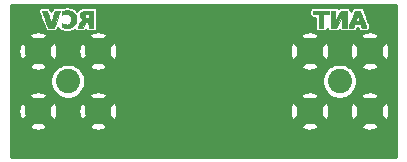
<source format=gbr>
G04 #@! TF.GenerationSoftware,KiCad,Pcbnew,5.1.5+dfsg1-2build2*
G04 #@! TF.CreationDate,2021-03-16T15:10:04+01:00*
G04 #@! TF.ProjectId,70cm_preamp,3730636d-5f70-4726-9561-6d702e6b6963,rev?*
G04 #@! TF.SameCoordinates,Original*
G04 #@! TF.FileFunction,Copper,L2,Bot*
G04 #@! TF.FilePolarity,Positive*
%FSLAX46Y46*%
G04 Gerber Fmt 4.6, Leading zero omitted, Abs format (unit mm)*
G04 Created by KiCad (PCBNEW 5.1.5+dfsg1-2build2) date 2021-03-16 15:10:04*
%MOMM*%
%LPD*%
G04 APERTURE LIST*
%ADD10C,0.010000*%
%ADD11C,2.250000*%
%ADD12C,2.050000*%
%ADD13C,0.950000*%
%ADD14C,0.250000*%
G04 APERTURE END LIST*
D10*
G36*
X46360701Y-31319000D02*
G01*
X46302185Y-31480412D01*
X46249899Y-31618404D01*
X46207846Y-31722894D01*
X46180029Y-31783798D01*
X46171624Y-31795250D01*
X46154827Y-31766919D01*
X46121305Y-31688652D01*
X46075056Y-31570534D01*
X46020077Y-31422652D01*
X45982848Y-31319000D01*
X45813993Y-30842750D01*
X45608225Y-30842750D01*
X45491395Y-30846379D01*
X45429834Y-30858354D01*
X45415667Y-30880303D01*
X45416310Y-30882437D01*
X45430993Y-30922598D01*
X45464492Y-31013230D01*
X45513456Y-31145302D01*
X45574534Y-31309778D01*
X45644377Y-31497626D01*
X45681284Y-31596812D01*
X45932406Y-32271500D01*
X46410095Y-32271500D01*
X46661217Y-31596812D01*
X46734166Y-31400714D01*
X46800016Y-31223501D01*
X46855416Y-31074206D01*
X46897014Y-30961864D01*
X46921461Y-30895508D01*
X46926191Y-30882437D01*
X46915308Y-30859628D01*
X46857572Y-30846949D01*
X46745117Y-30842766D01*
X46734951Y-30842750D01*
X46529859Y-30842749D01*
X46360701Y-31319000D01*
G37*
X46360701Y-31319000D02*
X46302185Y-31480412D01*
X46249899Y-31618404D01*
X46207846Y-31722894D01*
X46180029Y-31783798D01*
X46171624Y-31795250D01*
X46154827Y-31766919D01*
X46121305Y-31688652D01*
X46075056Y-31570534D01*
X46020077Y-31422652D01*
X45982848Y-31319000D01*
X45813993Y-30842750D01*
X45608225Y-30842750D01*
X45491395Y-30846379D01*
X45429834Y-30858354D01*
X45415667Y-30880303D01*
X45416310Y-30882437D01*
X45430993Y-30922598D01*
X45464492Y-31013230D01*
X45513456Y-31145302D01*
X45574534Y-31309778D01*
X45644377Y-31497626D01*
X45681284Y-31596812D01*
X45932406Y-32271500D01*
X46410095Y-32271500D01*
X46661217Y-31596812D01*
X46734166Y-31400714D01*
X46800016Y-31223501D01*
X46855416Y-31074206D01*
X46897014Y-30961864D01*
X46921461Y-30895508D01*
X46926191Y-30882437D01*
X46915308Y-30859628D01*
X46857572Y-30846949D01*
X46745117Y-30842766D01*
X46734951Y-30842750D01*
X46529859Y-30842749D01*
X46360701Y-31319000D01*
G36*
X49127253Y-30846529D02*
G01*
X48962582Y-30859440D01*
X48841386Y-30883839D01*
X48753834Y-30922085D01*
X48690095Y-30976534D01*
X48667775Y-31005210D01*
X48625677Y-31110359D01*
X48617537Y-31239766D01*
X48639708Y-31372616D01*
X48688541Y-31488097D01*
X48760387Y-31565393D01*
X48766612Y-31569076D01*
X48800985Y-31594784D01*
X48794893Y-31625706D01*
X48754115Y-31673842D01*
X48709399Y-31735405D01*
X48648263Y-31836431D01*
X48581344Y-31958938D01*
X48555523Y-32009562D01*
X48424792Y-32271500D01*
X48639459Y-32271363D01*
X48854125Y-32271227D01*
X48975035Y-32035700D01*
X49044768Y-31908763D01*
X49102150Y-31828574D01*
X49157411Y-31782533D01*
X49194086Y-31765962D01*
X49269852Y-31742205D01*
X49318215Y-31731771D01*
X49319238Y-31731750D01*
X49331445Y-31761063D01*
X49340781Y-31839286D01*
X49345787Y-31951844D01*
X49346250Y-32001625D01*
X49346250Y-32271500D01*
X49759000Y-32271500D01*
X49759000Y-31483331D01*
X49346250Y-31483331D01*
X49211313Y-31461398D01*
X49121072Y-31441778D01*
X49057943Y-31419124D01*
X49047271Y-31412040D01*
X49026497Y-31363120D01*
X49018167Y-31287250D01*
X49026523Y-31206084D01*
X49061021Y-31157134D01*
X49135807Y-31127645D01*
X49211313Y-31113101D01*
X49346250Y-31091168D01*
X49346250Y-31483331D01*
X49759000Y-31483331D01*
X49759000Y-30842750D01*
X49345231Y-30842749D01*
X49127253Y-30846529D01*
G37*
X49127253Y-30846529D02*
X48962582Y-30859440D01*
X48841386Y-30883839D01*
X48753834Y-30922085D01*
X48690095Y-30976534D01*
X48667775Y-31005210D01*
X48625677Y-31110359D01*
X48617537Y-31239766D01*
X48639708Y-31372616D01*
X48688541Y-31488097D01*
X48760387Y-31565393D01*
X48766612Y-31569076D01*
X48800985Y-31594784D01*
X48794893Y-31625706D01*
X48754115Y-31673842D01*
X48709399Y-31735405D01*
X48648263Y-31836431D01*
X48581344Y-31958938D01*
X48555523Y-32009562D01*
X48424792Y-32271500D01*
X48639459Y-32271363D01*
X48854125Y-32271227D01*
X48975035Y-32035700D01*
X49044768Y-31908763D01*
X49102150Y-31828574D01*
X49157411Y-31782533D01*
X49194086Y-31765962D01*
X49269852Y-31742205D01*
X49318215Y-31731771D01*
X49319238Y-31731750D01*
X49331445Y-31761063D01*
X49340781Y-31839286D01*
X49345787Y-31951844D01*
X49346250Y-32001625D01*
X49346250Y-32271500D01*
X49759000Y-32271500D01*
X49759000Y-31483331D01*
X49346250Y-31483331D01*
X49211313Y-31461398D01*
X49121072Y-31441778D01*
X49057943Y-31419124D01*
X49047271Y-31412040D01*
X49026497Y-31363120D01*
X49018167Y-31287250D01*
X49026523Y-31206084D01*
X49061021Y-31157134D01*
X49135807Y-31127645D01*
X49211313Y-31113101D01*
X49346250Y-31091168D01*
X49346250Y-31483331D01*
X49759000Y-31483331D01*
X49759000Y-30842750D01*
X49345231Y-30842749D01*
X49127253Y-30846529D01*
G36*
X47290483Y-30826876D02*
G01*
X47173679Y-30855644D01*
X47170356Y-30857004D01*
X47102213Y-30890912D01*
X47070141Y-30932379D01*
X47060700Y-31004657D01*
X47060250Y-31047504D01*
X47062611Y-31133309D01*
X47068588Y-31185084D01*
X47072248Y-31192000D01*
X47106389Y-31180938D01*
X47176262Y-31153461D01*
X47198228Y-31144375D01*
X47312028Y-31112985D01*
X47444690Y-31099657D01*
X47573375Y-31104365D01*
X47675244Y-31127088D01*
X47708578Y-31144888D01*
X47813226Y-31255366D01*
X47870622Y-31397188D01*
X47885541Y-31550764D01*
X47864573Y-31742268D01*
X47801198Y-31886595D01*
X47720117Y-31967947D01*
X47631088Y-32001951D01*
X47505174Y-32015957D01*
X47365787Y-32009878D01*
X47236340Y-31983628D01*
X47198228Y-31969875D01*
X47122610Y-31939443D01*
X47076633Y-31923125D01*
X47072248Y-31922250D01*
X47065124Y-31950674D01*
X47060825Y-32022667D01*
X47060250Y-32066745D01*
X47064393Y-32157902D01*
X47085779Y-32208927D01*
X47137849Y-32243072D01*
X47170356Y-32257245D01*
X47294011Y-32288842D01*
X47453873Y-32302597D01*
X47625346Y-32298988D01*
X47783836Y-32278492D01*
X47901625Y-32243056D01*
X48074429Y-32132409D01*
X48197694Y-31982949D01*
X48271963Y-31793729D01*
X48297778Y-31563802D01*
X48297803Y-31550207D01*
X48271933Y-31321044D01*
X48196511Y-31130283D01*
X48072416Y-30979368D01*
X47900525Y-30869744D01*
X47878833Y-30860309D01*
X47762240Y-30829901D01*
X47609096Y-30814118D01*
X47443733Y-30813071D01*
X47290483Y-30826876D01*
G37*
X47290483Y-30826876D02*
X47173679Y-30855644D01*
X47170356Y-30857004D01*
X47102213Y-30890912D01*
X47070141Y-30932379D01*
X47060700Y-31004657D01*
X47060250Y-31047504D01*
X47062611Y-31133309D01*
X47068588Y-31185084D01*
X47072248Y-31192000D01*
X47106389Y-31180938D01*
X47176262Y-31153461D01*
X47198228Y-31144375D01*
X47312028Y-31112985D01*
X47444690Y-31099657D01*
X47573375Y-31104365D01*
X47675244Y-31127088D01*
X47708578Y-31144888D01*
X47813226Y-31255366D01*
X47870622Y-31397188D01*
X47885541Y-31550764D01*
X47864573Y-31742268D01*
X47801198Y-31886595D01*
X47720117Y-31967947D01*
X47631088Y-32001951D01*
X47505174Y-32015957D01*
X47365787Y-32009878D01*
X47236340Y-31983628D01*
X47198228Y-31969875D01*
X47122610Y-31939443D01*
X47076633Y-31923125D01*
X47072248Y-31922250D01*
X47065124Y-31950674D01*
X47060825Y-32022667D01*
X47060250Y-32066745D01*
X47064393Y-32157902D01*
X47085779Y-32208927D01*
X47137849Y-32243072D01*
X47170356Y-32257245D01*
X47294011Y-32288842D01*
X47453873Y-32302597D01*
X47625346Y-32298988D01*
X47783836Y-32278492D01*
X47901625Y-32243056D01*
X48074429Y-32132409D01*
X48197694Y-31982949D01*
X48271963Y-31793729D01*
X48297778Y-31563802D01*
X48297803Y-31550207D01*
X48271933Y-31321044D01*
X48196511Y-31130283D01*
X48072416Y-30979368D01*
X47900525Y-30869744D01*
X47878833Y-30860309D01*
X47762240Y-30829901D01*
X47609096Y-30814118D01*
X47443733Y-30813071D01*
X47290483Y-30826876D01*
G36*
X68377500Y-31128500D02*
G01*
X68853750Y-31128500D01*
X68853750Y-32271500D01*
X69234750Y-32271500D01*
X69234750Y-31128500D01*
X69711000Y-31128500D01*
X69711000Y-30842750D01*
X68377500Y-30842750D01*
X68377500Y-31128500D01*
G37*
X68377500Y-31128500D02*
X68853750Y-31128500D01*
X68853750Y-32271500D01*
X69234750Y-32271500D01*
X69234750Y-31128500D01*
X69711000Y-31128500D01*
X69711000Y-30842750D01*
X68377500Y-30842750D01*
X68377500Y-31128500D01*
G36*
X69869750Y-32271500D02*
G01*
X70099938Y-32271303D01*
X70330125Y-32271106D01*
X70568250Y-31823475D01*
X70806375Y-31375845D01*
X70815185Y-31823672D01*
X70823994Y-32271500D01*
X71203250Y-32271500D01*
X71203250Y-30842750D01*
X70973063Y-30842772D01*
X70742875Y-30842794D01*
X70504750Y-31295209D01*
X70266625Y-31747625D01*
X70257816Y-31295187D01*
X70249007Y-30842750D01*
X69869750Y-30842750D01*
X69869750Y-32271500D01*
G37*
X69869750Y-32271500D02*
X70099938Y-32271303D01*
X70330125Y-32271106D01*
X70568250Y-31823475D01*
X70806375Y-31375845D01*
X70815185Y-31823672D01*
X70823994Y-32271500D01*
X71203250Y-32271500D01*
X71203250Y-30842750D01*
X70973063Y-30842772D01*
X70742875Y-30842794D01*
X70504750Y-31295209D01*
X70266625Y-31747625D01*
X70257816Y-31295187D01*
X70249007Y-30842750D01*
X69869750Y-30842750D01*
X69869750Y-32271500D01*
G36*
X71634034Y-31517437D02*
G01*
X71561085Y-31713535D01*
X71495235Y-31890748D01*
X71439835Y-32040043D01*
X71398237Y-32152385D01*
X71373790Y-32218741D01*
X71369060Y-32231812D01*
X71379931Y-32254596D01*
X71437606Y-32267275D01*
X71549958Y-32271480D01*
X71560852Y-32271500D01*
X71766498Y-32271500D01*
X71806501Y-32128625D01*
X71846503Y-31985750D01*
X72401498Y-31985750D01*
X72441500Y-32128625D01*
X72481503Y-32271500D01*
X72687149Y-32271500D01*
X72803936Y-32267867D01*
X72865454Y-32255882D01*
X72879576Y-32233916D01*
X72878941Y-32231812D01*
X72864258Y-32191651D01*
X72830759Y-32101019D01*
X72781795Y-31968947D01*
X72720717Y-31804471D01*
X72684166Y-31706164D01*
X72282750Y-31706164D01*
X72254186Y-31720761D01*
X72181154Y-31730025D01*
X72124000Y-31731750D01*
X72033429Y-31727146D01*
X71975952Y-31715376D01*
X71965250Y-31706164D01*
X71975556Y-31653060D01*
X72001768Y-31568454D01*
X72036834Y-31470962D01*
X72073697Y-31379201D01*
X72105304Y-31311787D01*
X72124000Y-31287250D01*
X72144125Y-31314443D01*
X72176187Y-31383614D01*
X72213132Y-31476146D01*
X72247905Y-31573422D01*
X72273452Y-31656827D01*
X72282750Y-31706164D01*
X72684166Y-31706164D01*
X72650874Y-31616623D01*
X72613967Y-31517437D01*
X72362845Y-30842750D01*
X71885156Y-30842750D01*
X71634034Y-31517437D01*
G37*
X71634034Y-31517437D02*
X71561085Y-31713535D01*
X71495235Y-31890748D01*
X71439835Y-32040043D01*
X71398237Y-32152385D01*
X71373790Y-32218741D01*
X71369060Y-32231812D01*
X71379931Y-32254596D01*
X71437606Y-32267275D01*
X71549958Y-32271480D01*
X71560852Y-32271500D01*
X71766498Y-32271500D01*
X71806501Y-32128625D01*
X71846503Y-31985750D01*
X72401498Y-31985750D01*
X72441500Y-32128625D01*
X72481503Y-32271500D01*
X72687149Y-32271500D01*
X72803936Y-32267867D01*
X72865454Y-32255882D01*
X72879576Y-32233916D01*
X72878941Y-32231812D01*
X72864258Y-32191651D01*
X72830759Y-32101019D01*
X72781795Y-31968947D01*
X72720717Y-31804471D01*
X72684166Y-31706164D01*
X72282750Y-31706164D01*
X72254186Y-31720761D01*
X72181154Y-31730025D01*
X72124000Y-31731750D01*
X72033429Y-31727146D01*
X71975952Y-31715376D01*
X71965250Y-31706164D01*
X71975556Y-31653060D01*
X72001768Y-31568454D01*
X72036834Y-31470962D01*
X72073697Y-31379201D01*
X72105304Y-31311787D01*
X72124000Y-31287250D01*
X72144125Y-31314443D01*
X72176187Y-31383614D01*
X72213132Y-31476146D01*
X72247905Y-31573422D01*
X72273452Y-31656827D01*
X72282750Y-31706164D01*
X72684166Y-31706164D01*
X72650874Y-31616623D01*
X72613967Y-31517437D01*
X72362845Y-30842750D01*
X71885156Y-30842750D01*
X71634034Y-31517437D01*
D11*
X68060000Y-34260000D03*
X73140000Y-34260000D03*
X73140000Y-39340000D03*
X68060000Y-39340000D03*
D12*
X70600000Y-36800000D03*
D11*
X45060000Y-39340000D03*
X45060000Y-34260000D03*
X50140000Y-34260000D03*
X50140000Y-39340000D03*
D12*
X47600000Y-36800000D03*
D13*
X52890000Y-35230000D03*
X52890000Y-38370000D03*
X55890000Y-35230000D03*
X55890000Y-38370000D03*
X62400000Y-35650000D03*
X63750000Y-34750000D03*
X63750000Y-38850000D03*
X59900000Y-38250000D03*
X59800000Y-35350000D03*
X51700000Y-35330000D03*
X54400000Y-37900000D03*
X52900000Y-39700000D03*
X55900000Y-39700000D03*
X53300000Y-41300000D03*
X55500000Y-41300000D03*
X61050000Y-38850000D03*
X61050000Y-34750000D03*
X54400000Y-35600000D03*
X57300000Y-35330000D03*
X65040000Y-38270000D03*
X65040000Y-35330000D03*
X66440000Y-35330000D03*
X66440000Y-38270000D03*
X62400000Y-38850000D03*
X54150000Y-42300000D03*
X57100000Y-42300000D03*
X59100000Y-42300000D03*
X61100000Y-42350000D03*
X63100000Y-42300000D03*
X51690000Y-38260000D03*
X65200000Y-42300000D03*
X65500000Y-40900000D03*
X65500000Y-39500000D03*
D14*
G36*
X75400001Y-43200000D02*
G01*
X42800000Y-43200000D01*
X42800000Y-40651657D01*
X44278673Y-40651657D01*
X44414097Y-40866998D01*
X44724411Y-40963666D01*
X45047621Y-40997938D01*
X45371307Y-40968497D01*
X45683029Y-40876472D01*
X45705903Y-40866998D01*
X45841327Y-40651657D01*
X49358673Y-40651657D01*
X49494097Y-40866998D01*
X49804411Y-40963666D01*
X50127621Y-40997938D01*
X50451307Y-40968497D01*
X50763029Y-40876472D01*
X50785903Y-40866998D01*
X50921327Y-40651657D01*
X67278673Y-40651657D01*
X67414097Y-40866998D01*
X67724411Y-40963666D01*
X68047621Y-40997938D01*
X68371307Y-40968497D01*
X68683029Y-40876472D01*
X68705903Y-40866998D01*
X68841327Y-40651657D01*
X72358673Y-40651657D01*
X72494097Y-40866998D01*
X72804411Y-40963666D01*
X73127621Y-40997938D01*
X73451307Y-40968497D01*
X73763029Y-40876472D01*
X73785903Y-40866998D01*
X73921327Y-40651657D01*
X73140000Y-39870330D01*
X72358673Y-40651657D01*
X68841327Y-40651657D01*
X68060000Y-39870330D01*
X67278673Y-40651657D01*
X50921327Y-40651657D01*
X50140000Y-39870330D01*
X49358673Y-40651657D01*
X45841327Y-40651657D01*
X45060000Y-39870330D01*
X44278673Y-40651657D01*
X42800000Y-40651657D01*
X42800000Y-39327621D01*
X43402062Y-39327621D01*
X43431503Y-39651307D01*
X43523528Y-39963029D01*
X43533002Y-39985903D01*
X43748343Y-40121327D01*
X44529670Y-39340000D01*
X45590330Y-39340000D01*
X46371657Y-40121327D01*
X46586998Y-39985903D01*
X46683666Y-39675589D01*
X46717938Y-39352379D01*
X46715687Y-39327621D01*
X48482062Y-39327621D01*
X48511503Y-39651307D01*
X48603528Y-39963029D01*
X48613002Y-39985903D01*
X48828343Y-40121327D01*
X49609670Y-39340000D01*
X50670330Y-39340000D01*
X51451657Y-40121327D01*
X51666998Y-39985903D01*
X51763666Y-39675589D01*
X51797938Y-39352379D01*
X51795687Y-39327621D01*
X66402062Y-39327621D01*
X66431503Y-39651307D01*
X66523528Y-39963029D01*
X66533002Y-39985903D01*
X66748343Y-40121327D01*
X67529670Y-39340000D01*
X68590330Y-39340000D01*
X69371657Y-40121327D01*
X69586998Y-39985903D01*
X69683666Y-39675589D01*
X69717938Y-39352379D01*
X69715687Y-39327621D01*
X71482062Y-39327621D01*
X71511503Y-39651307D01*
X71603528Y-39963029D01*
X71613002Y-39985903D01*
X71828343Y-40121327D01*
X72609670Y-39340000D01*
X73670330Y-39340000D01*
X74451657Y-40121327D01*
X74666998Y-39985903D01*
X74763666Y-39675589D01*
X74797938Y-39352379D01*
X74768497Y-39028693D01*
X74676472Y-38716971D01*
X74666998Y-38694097D01*
X74451657Y-38558673D01*
X73670330Y-39340000D01*
X72609670Y-39340000D01*
X71828343Y-38558673D01*
X71613002Y-38694097D01*
X71516334Y-39004411D01*
X71482062Y-39327621D01*
X69715687Y-39327621D01*
X69688497Y-39028693D01*
X69596472Y-38716971D01*
X69586998Y-38694097D01*
X69371657Y-38558673D01*
X68590330Y-39340000D01*
X67529670Y-39340000D01*
X66748343Y-38558673D01*
X66533002Y-38694097D01*
X66436334Y-39004411D01*
X66402062Y-39327621D01*
X51795687Y-39327621D01*
X51768497Y-39028693D01*
X51676472Y-38716971D01*
X51666998Y-38694097D01*
X51451657Y-38558673D01*
X50670330Y-39340000D01*
X49609670Y-39340000D01*
X48828343Y-38558673D01*
X48613002Y-38694097D01*
X48516334Y-39004411D01*
X48482062Y-39327621D01*
X46715687Y-39327621D01*
X46688497Y-39028693D01*
X46596472Y-38716971D01*
X46586998Y-38694097D01*
X46371657Y-38558673D01*
X45590330Y-39340000D01*
X44529670Y-39340000D01*
X43748343Y-38558673D01*
X43533002Y-38694097D01*
X43436334Y-39004411D01*
X43402062Y-39327621D01*
X42800000Y-39327621D01*
X42800000Y-38028343D01*
X44278673Y-38028343D01*
X45060000Y-38809670D01*
X45841327Y-38028343D01*
X45705903Y-37813002D01*
X45395589Y-37716334D01*
X45072379Y-37682062D01*
X44748693Y-37711503D01*
X44436971Y-37803528D01*
X44414097Y-37813002D01*
X44278673Y-38028343D01*
X42800000Y-38028343D01*
X42800000Y-36654233D01*
X46120000Y-36654233D01*
X46120000Y-36945767D01*
X46176876Y-37231700D01*
X46288441Y-37501043D01*
X46450409Y-37743445D01*
X46656555Y-37949591D01*
X46898957Y-38111559D01*
X47168300Y-38223124D01*
X47454233Y-38280000D01*
X47745767Y-38280000D01*
X48031700Y-38223124D01*
X48301043Y-38111559D01*
X48425584Y-38028343D01*
X49358673Y-38028343D01*
X50140000Y-38809670D01*
X50921327Y-38028343D01*
X67278673Y-38028343D01*
X68060000Y-38809670D01*
X68841327Y-38028343D01*
X68705903Y-37813002D01*
X68395589Y-37716334D01*
X68072379Y-37682062D01*
X67748693Y-37711503D01*
X67436971Y-37803528D01*
X67414097Y-37813002D01*
X67278673Y-38028343D01*
X50921327Y-38028343D01*
X50785903Y-37813002D01*
X50475589Y-37716334D01*
X50152379Y-37682062D01*
X49828693Y-37711503D01*
X49516971Y-37803528D01*
X49494097Y-37813002D01*
X49358673Y-38028343D01*
X48425584Y-38028343D01*
X48543445Y-37949591D01*
X48749591Y-37743445D01*
X48911559Y-37501043D01*
X49023124Y-37231700D01*
X49080000Y-36945767D01*
X49080000Y-36654233D01*
X69120000Y-36654233D01*
X69120000Y-36945767D01*
X69176876Y-37231700D01*
X69288441Y-37501043D01*
X69450409Y-37743445D01*
X69656555Y-37949591D01*
X69898957Y-38111559D01*
X70168300Y-38223124D01*
X70454233Y-38280000D01*
X70745767Y-38280000D01*
X71031700Y-38223124D01*
X71301043Y-38111559D01*
X71425584Y-38028343D01*
X72358673Y-38028343D01*
X73140000Y-38809670D01*
X73921327Y-38028343D01*
X73785903Y-37813002D01*
X73475589Y-37716334D01*
X73152379Y-37682062D01*
X72828693Y-37711503D01*
X72516971Y-37803528D01*
X72494097Y-37813002D01*
X72358673Y-38028343D01*
X71425584Y-38028343D01*
X71543445Y-37949591D01*
X71749591Y-37743445D01*
X71911559Y-37501043D01*
X72023124Y-37231700D01*
X72080000Y-36945767D01*
X72080000Y-36654233D01*
X72023124Y-36368300D01*
X71911559Y-36098957D01*
X71749591Y-35856555D01*
X71543445Y-35650409D01*
X71425585Y-35571657D01*
X72358673Y-35571657D01*
X72494097Y-35786998D01*
X72804411Y-35883666D01*
X73127621Y-35917938D01*
X73451307Y-35888497D01*
X73763029Y-35796472D01*
X73785903Y-35786998D01*
X73921327Y-35571657D01*
X73140000Y-34790330D01*
X72358673Y-35571657D01*
X71425585Y-35571657D01*
X71301043Y-35488441D01*
X71031700Y-35376876D01*
X70745767Y-35320000D01*
X70454233Y-35320000D01*
X70168300Y-35376876D01*
X69898957Y-35488441D01*
X69656555Y-35650409D01*
X69450409Y-35856555D01*
X69288441Y-36098957D01*
X69176876Y-36368300D01*
X69120000Y-36654233D01*
X49080000Y-36654233D01*
X49023124Y-36368300D01*
X48911559Y-36098957D01*
X48749591Y-35856555D01*
X48543445Y-35650409D01*
X48425585Y-35571657D01*
X49358673Y-35571657D01*
X49494097Y-35786998D01*
X49804411Y-35883666D01*
X50127621Y-35917938D01*
X50451307Y-35888497D01*
X50763029Y-35796472D01*
X50785903Y-35786998D01*
X50921327Y-35571657D01*
X67278673Y-35571657D01*
X67414097Y-35786998D01*
X67724411Y-35883666D01*
X68047621Y-35917938D01*
X68371307Y-35888497D01*
X68683029Y-35796472D01*
X68705903Y-35786998D01*
X68841327Y-35571657D01*
X68060000Y-34790330D01*
X67278673Y-35571657D01*
X50921327Y-35571657D01*
X50140000Y-34790330D01*
X49358673Y-35571657D01*
X48425585Y-35571657D01*
X48301043Y-35488441D01*
X48031700Y-35376876D01*
X47745767Y-35320000D01*
X47454233Y-35320000D01*
X47168300Y-35376876D01*
X46898957Y-35488441D01*
X46656555Y-35650409D01*
X46450409Y-35856555D01*
X46288441Y-36098957D01*
X46176876Y-36368300D01*
X46120000Y-36654233D01*
X42800000Y-36654233D01*
X42800000Y-35571657D01*
X44278673Y-35571657D01*
X44414097Y-35786998D01*
X44724411Y-35883666D01*
X45047621Y-35917938D01*
X45371307Y-35888497D01*
X45683029Y-35796472D01*
X45705903Y-35786998D01*
X45841327Y-35571657D01*
X45060000Y-34790330D01*
X44278673Y-35571657D01*
X42800000Y-35571657D01*
X42800000Y-34247621D01*
X43402062Y-34247621D01*
X43431503Y-34571307D01*
X43523528Y-34883029D01*
X43533002Y-34905903D01*
X43748343Y-35041327D01*
X44529670Y-34260000D01*
X45590330Y-34260000D01*
X46371657Y-35041327D01*
X46586998Y-34905903D01*
X46683666Y-34595589D01*
X46717938Y-34272379D01*
X46715687Y-34247621D01*
X48482062Y-34247621D01*
X48511503Y-34571307D01*
X48603528Y-34883029D01*
X48613002Y-34905903D01*
X48828343Y-35041327D01*
X49609670Y-34260000D01*
X50670330Y-34260000D01*
X51451657Y-35041327D01*
X51666998Y-34905903D01*
X51763666Y-34595589D01*
X51797938Y-34272379D01*
X51795687Y-34247621D01*
X66402062Y-34247621D01*
X66431503Y-34571307D01*
X66523528Y-34883029D01*
X66533002Y-34905903D01*
X66748343Y-35041327D01*
X67529670Y-34260000D01*
X68590330Y-34260000D01*
X69371657Y-35041327D01*
X69586998Y-34905903D01*
X69683666Y-34595589D01*
X69717938Y-34272379D01*
X69715687Y-34247621D01*
X71482062Y-34247621D01*
X71511503Y-34571307D01*
X71603528Y-34883029D01*
X71613002Y-34905903D01*
X71828343Y-35041327D01*
X72609670Y-34260000D01*
X73670330Y-34260000D01*
X74451657Y-35041327D01*
X74666998Y-34905903D01*
X74763666Y-34595589D01*
X74797938Y-34272379D01*
X74768497Y-33948693D01*
X74676472Y-33636971D01*
X74666998Y-33614097D01*
X74451657Y-33478673D01*
X73670330Y-34260000D01*
X72609670Y-34260000D01*
X71828343Y-33478673D01*
X71613002Y-33614097D01*
X71516334Y-33924411D01*
X71482062Y-34247621D01*
X69715687Y-34247621D01*
X69688497Y-33948693D01*
X69596472Y-33636971D01*
X69586998Y-33614097D01*
X69371657Y-33478673D01*
X68590330Y-34260000D01*
X67529670Y-34260000D01*
X66748343Y-33478673D01*
X66533002Y-33614097D01*
X66436334Y-33924411D01*
X66402062Y-34247621D01*
X51795687Y-34247621D01*
X51768497Y-33948693D01*
X51676472Y-33636971D01*
X51666998Y-33614097D01*
X51451657Y-33478673D01*
X50670330Y-34260000D01*
X49609670Y-34260000D01*
X48828343Y-33478673D01*
X48613002Y-33614097D01*
X48516334Y-33924411D01*
X48482062Y-34247621D01*
X46715687Y-34247621D01*
X46688497Y-33948693D01*
X46596472Y-33636971D01*
X46586998Y-33614097D01*
X46371657Y-33478673D01*
X45590330Y-34260000D01*
X44529670Y-34260000D01*
X43748343Y-33478673D01*
X43533002Y-33614097D01*
X43436334Y-33924411D01*
X43402062Y-34247621D01*
X42800000Y-34247621D01*
X42800000Y-32948343D01*
X44278673Y-32948343D01*
X45060000Y-33729670D01*
X45841327Y-32948343D01*
X49358673Y-32948343D01*
X50140000Y-33729670D01*
X50921327Y-32948343D01*
X67278673Y-32948343D01*
X68060000Y-33729670D01*
X68841327Y-32948343D01*
X72358673Y-32948343D01*
X73140000Y-33729670D01*
X73921327Y-32948343D01*
X73785903Y-32733002D01*
X73475589Y-32636334D01*
X73152379Y-32602062D01*
X72828693Y-32631503D01*
X72516971Y-32723528D01*
X72494097Y-32733002D01*
X72358673Y-32948343D01*
X68841327Y-32948343D01*
X68705903Y-32733002D01*
X68395589Y-32636334D01*
X68072379Y-32602062D01*
X67748693Y-32631503D01*
X67436971Y-32723528D01*
X67414097Y-32733002D01*
X67278673Y-32948343D01*
X50921327Y-32948343D01*
X50785903Y-32733002D01*
X50475589Y-32636334D01*
X50152379Y-32602062D01*
X49828693Y-32631503D01*
X49516971Y-32723528D01*
X49494097Y-32733002D01*
X49358673Y-32948343D01*
X45841327Y-32948343D01*
X45705903Y-32733002D01*
X45395589Y-32636334D01*
X45072379Y-32602062D01*
X44748693Y-32631503D01*
X44436971Y-32723528D01*
X44414097Y-32733002D01*
X44278673Y-32948343D01*
X42800000Y-32948343D01*
X42800000Y-30884679D01*
X45085696Y-30884679D01*
X45086977Y-30896170D01*
X45086809Y-30907734D01*
X45089252Y-30921087D01*
X45089588Y-30928835D01*
X45091488Y-30936640D01*
X45092831Y-30948687D01*
X45096318Y-30959706D01*
X45098400Y-30971087D01*
X45099699Y-30975508D01*
X45100342Y-30977642D01*
X45103103Y-30984352D01*
X45104822Y-30991412D01*
X45106374Y-30995751D01*
X45121057Y-31035912D01*
X45121086Y-31035972D01*
X45121460Y-31037006D01*
X45154959Y-31127638D01*
X45154967Y-31127654D01*
X45155072Y-31127944D01*
X45204036Y-31260015D01*
X45204041Y-31260025D01*
X45204098Y-31260182D01*
X45265175Y-31424657D01*
X45265181Y-31424669D01*
X45265222Y-31424782D01*
X45335058Y-31612612D01*
X45335094Y-31612710D01*
X45372001Y-31711896D01*
X45372004Y-31711902D01*
X45372012Y-31711924D01*
X45623134Y-32386612D01*
X45625142Y-32390725D01*
X45626435Y-32395120D01*
X45639255Y-32419642D01*
X45651383Y-32444491D01*
X45654152Y-32448137D01*
X45656274Y-32452196D01*
X45673612Y-32473760D01*
X45690336Y-32495781D01*
X45693760Y-32498819D01*
X45696630Y-32502389D01*
X45717818Y-32520168D01*
X45738509Y-32538528D01*
X45742461Y-32540845D01*
X45745967Y-32543787D01*
X45770205Y-32557112D01*
X45794068Y-32571104D01*
X45798391Y-32572608D01*
X45802405Y-32574815D01*
X45828780Y-32583182D01*
X45854895Y-32592268D01*
X45859429Y-32592904D01*
X45863795Y-32594289D01*
X45891298Y-32597374D01*
X45918676Y-32601214D01*
X45923245Y-32600957D01*
X45927798Y-32601468D01*
X45932406Y-32601500D01*
X46410095Y-32601500D01*
X46414651Y-32601053D01*
X46419220Y-32601374D01*
X46446672Y-32597914D01*
X46474192Y-32595215D01*
X46478574Y-32593892D01*
X46483119Y-32593319D01*
X46509374Y-32584593D01*
X46535848Y-32576600D01*
X46539890Y-32574451D01*
X46544237Y-32573006D01*
X46568288Y-32559351D01*
X46592714Y-32546364D01*
X46596264Y-32543468D01*
X46600244Y-32541209D01*
X46621185Y-32523144D01*
X46642624Y-32505658D01*
X46645542Y-32502131D01*
X46649010Y-32499139D01*
X46666053Y-32477338D01*
X46683677Y-32456034D01*
X46685854Y-32452008D01*
X46688676Y-32448398D01*
X46701164Y-32423693D01*
X46714310Y-32399380D01*
X46715663Y-32395009D01*
X46717730Y-32390920D01*
X46719367Y-32386612D01*
X46758455Y-32281595D01*
X46760044Y-32285463D01*
X46781430Y-32336489D01*
X46796235Y-32363939D01*
X46810740Y-32391283D01*
X46811460Y-32392168D01*
X46812003Y-32393174D01*
X46831780Y-32417131D01*
X46851398Y-32441232D01*
X46852278Y-32441962D01*
X46853005Y-32442842D01*
X46877083Y-32462521D01*
X46900983Y-32482332D01*
X46902806Y-32483546D01*
X46902872Y-32483600D01*
X46902947Y-32483640D01*
X46904818Y-32484886D01*
X46956889Y-32519031D01*
X46979569Y-32530916D01*
X47001749Y-32543699D01*
X47005960Y-32545570D01*
X47038467Y-32559743D01*
X47061521Y-32567215D01*
X47084201Y-32575800D01*
X47088658Y-32576972D01*
X47212313Y-32608569D01*
X47236813Y-32612333D01*
X47261133Y-32617200D01*
X47265721Y-32617627D01*
X47425584Y-32631382D01*
X47440923Y-32631199D01*
X47456209Y-32632589D01*
X47460817Y-32632524D01*
X47632290Y-32628915D01*
X47647638Y-32627083D01*
X47663095Y-32626822D01*
X47667669Y-32626263D01*
X47826160Y-32605767D01*
X47850208Y-32600229D01*
X47874483Y-32595798D01*
X47878905Y-32594501D01*
X47996694Y-32559065D01*
X48007065Y-32554802D01*
X48017903Y-32551892D01*
X48036799Y-32542581D01*
X48056263Y-32534581D01*
X48065608Y-32528386D01*
X48075675Y-32523425D01*
X48079573Y-32520967D01*
X48161676Y-32468396D01*
X48162208Y-32469058D01*
X48174520Y-32486591D01*
X48182361Y-32494090D01*
X48189163Y-32502539D01*
X48205581Y-32516297D01*
X48221064Y-32531105D01*
X48230213Y-32536939D01*
X48238527Y-32543906D01*
X48257304Y-32554213D01*
X48275368Y-32565732D01*
X48285474Y-32569677D01*
X48294985Y-32574898D01*
X48315412Y-32581364D01*
X48335364Y-32589152D01*
X48346041Y-32591058D01*
X48356387Y-32594333D01*
X48377684Y-32596708D01*
X48398766Y-32600472D01*
X48409610Y-32600268D01*
X48420395Y-32601471D01*
X48425003Y-32601500D01*
X48639670Y-32601363D01*
X48854334Y-32601227D01*
X48871511Y-32599532D01*
X48888768Y-32599403D01*
X48903480Y-32596376D01*
X48918427Y-32594901D01*
X48934939Y-32589904D01*
X48951851Y-32586425D01*
X48965702Y-32580595D01*
X48980071Y-32576247D01*
X48995300Y-32568138D01*
X49011212Y-32561440D01*
X49023665Y-32553033D01*
X49036918Y-32545975D01*
X49050278Y-32535064D01*
X49064590Y-32525402D01*
X49075175Y-32514733D01*
X49086802Y-32505238D01*
X49097792Y-32491936D01*
X49100155Y-32489555D01*
X49110474Y-32502389D01*
X49111362Y-32503134D01*
X49112092Y-32504029D01*
X49136010Y-32523816D01*
X49159811Y-32543787D01*
X49160823Y-32544344D01*
X49161716Y-32545082D01*
X49189030Y-32559851D01*
X49216249Y-32574815D01*
X49217353Y-32575165D01*
X49218370Y-32575715D01*
X49248013Y-32584891D01*
X49277639Y-32594289D01*
X49278789Y-32594418D01*
X49279894Y-32594760D01*
X49310762Y-32598004D01*
X49341642Y-32601468D01*
X49343864Y-32601483D01*
X49343946Y-32601492D01*
X49344028Y-32601485D01*
X49346250Y-32601500D01*
X49759000Y-32601500D01*
X49789874Y-32598473D01*
X49820836Y-32595655D01*
X49821948Y-32595328D01*
X49823097Y-32595215D01*
X49852756Y-32586261D01*
X49882620Y-32577471D01*
X49883648Y-32576934D01*
X49884753Y-32576600D01*
X49912145Y-32562035D01*
X49939696Y-32547632D01*
X49940598Y-32546907D01*
X49941619Y-32546364D01*
X49965654Y-32526761D01*
X49989889Y-32507276D01*
X49990634Y-32506388D01*
X49991529Y-32505658D01*
X50011316Y-32481740D01*
X50031287Y-32457939D01*
X50031844Y-32456927D01*
X50032582Y-32456034D01*
X50047351Y-32428720D01*
X50062315Y-32401501D01*
X50062665Y-32400397D01*
X50063215Y-32399380D01*
X50072391Y-32369737D01*
X50081789Y-32340111D01*
X50081918Y-32338961D01*
X50082260Y-32337856D01*
X50085504Y-32306988D01*
X50088968Y-32276108D01*
X50088983Y-32273886D01*
X50088992Y-32273804D01*
X50088985Y-32273722D01*
X50089000Y-32271500D01*
X50089000Y-30842750D01*
X68047500Y-30842750D01*
X68047500Y-31128500D01*
X68050527Y-31159374D01*
X68053345Y-31190336D01*
X68053672Y-31191448D01*
X68053785Y-31192597D01*
X68062739Y-31222256D01*
X68071529Y-31252120D01*
X68072066Y-31253148D01*
X68072400Y-31254253D01*
X68086965Y-31281645D01*
X68101368Y-31309196D01*
X68102093Y-31310098D01*
X68102636Y-31311119D01*
X68122239Y-31335154D01*
X68141724Y-31359389D01*
X68142612Y-31360134D01*
X68143342Y-31361029D01*
X68167260Y-31380816D01*
X68191061Y-31400787D01*
X68192073Y-31401344D01*
X68192966Y-31402082D01*
X68220280Y-31416851D01*
X68247499Y-31431815D01*
X68248603Y-31432165D01*
X68249620Y-31432715D01*
X68279263Y-31441891D01*
X68308889Y-31451289D01*
X68310039Y-31451418D01*
X68311144Y-31451760D01*
X68342012Y-31455004D01*
X68372892Y-31458468D01*
X68375114Y-31458483D01*
X68375196Y-31458492D01*
X68375278Y-31458485D01*
X68377500Y-31458500D01*
X68523750Y-31458500D01*
X68523750Y-32271500D01*
X68526777Y-32302374D01*
X68529595Y-32333336D01*
X68529922Y-32334448D01*
X68530035Y-32335597D01*
X68538989Y-32365256D01*
X68547779Y-32395120D01*
X68548316Y-32396148D01*
X68548650Y-32397253D01*
X68563191Y-32424600D01*
X68577618Y-32452196D01*
X68578343Y-32453098D01*
X68578886Y-32454119D01*
X68598489Y-32478154D01*
X68617974Y-32502389D01*
X68618862Y-32503134D01*
X68619592Y-32504029D01*
X68643510Y-32523816D01*
X68667311Y-32543787D01*
X68668323Y-32544344D01*
X68669216Y-32545082D01*
X68696530Y-32559851D01*
X68723749Y-32574815D01*
X68724853Y-32575165D01*
X68725870Y-32575715D01*
X68755513Y-32584891D01*
X68785139Y-32594289D01*
X68786289Y-32594418D01*
X68787394Y-32594760D01*
X68818262Y-32598004D01*
X68849142Y-32601468D01*
X68851364Y-32601483D01*
X68851446Y-32601492D01*
X68851528Y-32601485D01*
X68853750Y-32601500D01*
X69234750Y-32601500D01*
X69265624Y-32598473D01*
X69296586Y-32595655D01*
X69297698Y-32595328D01*
X69298847Y-32595215D01*
X69328506Y-32586261D01*
X69358370Y-32577471D01*
X69359398Y-32576934D01*
X69360503Y-32576600D01*
X69387895Y-32562035D01*
X69415446Y-32547632D01*
X69416348Y-32546907D01*
X69417369Y-32546364D01*
X69441404Y-32526761D01*
X69465639Y-32507276D01*
X69466384Y-32506388D01*
X69467279Y-32505658D01*
X69487066Y-32481740D01*
X69507037Y-32457939D01*
X69507594Y-32456927D01*
X69508332Y-32456034D01*
X69523101Y-32428720D01*
X69538065Y-32401501D01*
X69538415Y-32400397D01*
X69538965Y-32399380D01*
X69548141Y-32369737D01*
X69552343Y-32356491D01*
X69555030Y-32365389D01*
X69563885Y-32395382D01*
X69564357Y-32396284D01*
X69564650Y-32397253D01*
X69579292Y-32424791D01*
X69593773Y-32452432D01*
X69594409Y-32453221D01*
X69594886Y-32454119D01*
X69614595Y-32478284D01*
X69634172Y-32502591D01*
X69634952Y-32503244D01*
X69635592Y-32504029D01*
X69659634Y-32523918D01*
X69683544Y-32543946D01*
X69684431Y-32544433D01*
X69685216Y-32545082D01*
X69712640Y-32559910D01*
X69740009Y-32574926D01*
X69740977Y-32575232D01*
X69741870Y-32575715D01*
X69771626Y-32584926D01*
X69801415Y-32594348D01*
X69802427Y-32594461D01*
X69803394Y-32594760D01*
X69834347Y-32598013D01*
X69865424Y-32601472D01*
X69867368Y-32601484D01*
X69867446Y-32601492D01*
X69867525Y-32601485D01*
X69870032Y-32601500D01*
X70100220Y-32601303D01*
X70330407Y-32601106D01*
X70345151Y-32599647D01*
X70359968Y-32599754D01*
X70377124Y-32596485D01*
X70394499Y-32594766D01*
X70408678Y-32590472D01*
X70423234Y-32587698D01*
X70439429Y-32581159D01*
X70456139Y-32576098D01*
X70469212Y-32569133D01*
X70482954Y-32563584D01*
X70497570Y-32554024D01*
X70512979Y-32545814D01*
X70524451Y-32536441D01*
X70536853Y-32528329D01*
X70549337Y-32516109D01*
X70562854Y-32505065D01*
X70572285Y-32493645D01*
X70577267Y-32488769D01*
X70588218Y-32502389D01*
X70591597Y-32505224D01*
X70594454Y-32508590D01*
X70616260Y-32525918D01*
X70637555Y-32543787D01*
X70641417Y-32545910D01*
X70644876Y-32548659D01*
X70669628Y-32561420D01*
X70693993Y-32574815D01*
X70698198Y-32576149D01*
X70702122Y-32578172D01*
X70728877Y-32585881D01*
X70755383Y-32594289D01*
X70759765Y-32594781D01*
X70764008Y-32596003D01*
X70791750Y-32598368D01*
X70819386Y-32601468D01*
X70823994Y-32601500D01*
X71203250Y-32601500D01*
X71234124Y-32598473D01*
X71265086Y-32595655D01*
X71266198Y-32595328D01*
X71267347Y-32595215D01*
X71297006Y-32586261D01*
X71320373Y-32579383D01*
X71366752Y-32589579D01*
X71393756Y-32592798D01*
X71420660Y-32596840D01*
X71425264Y-32597044D01*
X71537616Y-32601249D01*
X71541187Y-32601033D01*
X71544744Y-32601439D01*
X71549352Y-32601479D01*
X71560246Y-32601499D01*
X71560277Y-32601496D01*
X71560852Y-32601500D01*
X71766498Y-32601500D01*
X71784726Y-32599713D01*
X71803045Y-32599470D01*
X71816703Y-32596577D01*
X71830595Y-32595215D01*
X71848130Y-32589921D01*
X71866052Y-32586125D01*
X71878887Y-32580635D01*
X71892251Y-32576600D01*
X71908426Y-32568000D01*
X71925267Y-32560796D01*
X71936789Y-32552919D01*
X71949117Y-32546364D01*
X71963316Y-32534784D01*
X71978434Y-32524448D01*
X71988209Y-32514481D01*
X71999027Y-32505658D01*
X72010699Y-32491549D01*
X72023530Y-32478466D01*
X72031186Y-32466784D01*
X72040080Y-32456034D01*
X72048788Y-32439929D01*
X72058835Y-32424600D01*
X72064076Y-32411655D01*
X72070713Y-32399380D01*
X72076130Y-32381882D01*
X72083004Y-32364902D01*
X72084277Y-32360474D01*
X72096799Y-32315750D01*
X72151202Y-32315750D01*
X72163724Y-32360473D01*
X72170357Y-32377538D01*
X72175532Y-32395120D01*
X72182003Y-32407498D01*
X72187058Y-32420502D01*
X72196880Y-32435954D01*
X72205371Y-32452196D01*
X72214121Y-32463079D01*
X72221607Y-32474856D01*
X72234245Y-32488108D01*
X72245727Y-32502389D01*
X72256423Y-32511364D01*
X72266055Y-32521464D01*
X72281030Y-32532011D01*
X72295064Y-32543787D01*
X72307302Y-32550515D01*
X72318710Y-32558550D01*
X72335439Y-32565984D01*
X72351502Y-32574815D01*
X72364815Y-32579038D01*
X72377565Y-32584704D01*
X72395423Y-32588748D01*
X72412892Y-32594289D01*
X72426773Y-32595846D01*
X72440380Y-32598927D01*
X72458681Y-32599425D01*
X72476895Y-32601468D01*
X72481503Y-32601500D01*
X72687149Y-32601500D01*
X72689971Y-32601223D01*
X72692803Y-32601452D01*
X72697410Y-32601340D01*
X72814196Y-32597707D01*
X72838286Y-32594586D01*
X72862511Y-32592627D01*
X72867041Y-32591777D01*
X72928559Y-32579792D01*
X72930326Y-32579264D01*
X72932165Y-32579069D01*
X72961191Y-32570049D01*
X72990271Y-32561366D01*
X72991904Y-32560504D01*
X72993668Y-32559956D01*
X73020401Y-32545464D01*
X73047230Y-32531304D01*
X73048662Y-32530144D01*
X73050288Y-32529262D01*
X73073709Y-32509843D01*
X73097264Y-32490752D01*
X73098443Y-32489335D01*
X73099868Y-32488154D01*
X73119080Y-32464545D01*
X73138469Y-32441253D01*
X73139350Y-32439635D01*
X73140518Y-32438200D01*
X73143037Y-32434341D01*
X73157159Y-32412375D01*
X73162330Y-32402286D01*
X73168741Y-32392925D01*
X73176991Y-32373681D01*
X73186535Y-32355060D01*
X73189649Y-32344155D01*
X73194118Y-32333731D01*
X73198078Y-32315110D01*
X73198691Y-32313419D01*
X73198998Y-32311418D01*
X73204220Y-32293131D01*
X73205157Y-32281828D01*
X73207516Y-32270735D01*
X73207746Y-32254367D01*
X73208453Y-32249758D01*
X73208234Y-32244698D01*
X73209539Y-32228946D01*
X73208262Y-32217678D01*
X73208422Y-32206336D01*
X73205997Y-32193116D01*
X73205663Y-32185414D01*
X73203688Y-32177302D01*
X73202289Y-32164951D01*
X73198849Y-32154147D01*
X73196802Y-32142989D01*
X73195501Y-32138568D01*
X73194866Y-32136464D01*
X73192130Y-32129824D01*
X73190429Y-32122837D01*
X73188877Y-32118499D01*
X73174194Y-32078337D01*
X73174165Y-32078277D01*
X73173791Y-32077243D01*
X73140292Y-31986611D01*
X73140284Y-31986595D01*
X73140179Y-31986305D01*
X73091215Y-31854233D01*
X73091208Y-31854219D01*
X73091153Y-31854067D01*
X73030075Y-31689591D01*
X73030072Y-31689584D01*
X73030029Y-31689467D01*
X72993478Y-31591160D01*
X72960186Y-31501619D01*
X72960157Y-31501539D01*
X72923250Y-31402353D01*
X72923248Y-31402348D01*
X72923239Y-31402324D01*
X72672117Y-30727637D01*
X72670109Y-30723522D01*
X72668816Y-30719130D01*
X72655999Y-30694614D01*
X72643868Y-30669759D01*
X72641099Y-30666113D01*
X72638977Y-30662054D01*
X72621639Y-30640490D01*
X72604915Y-30618469D01*
X72601491Y-30615431D01*
X72598621Y-30611861D01*
X72577433Y-30594082D01*
X72556742Y-30575722D01*
X72552790Y-30573405D01*
X72549284Y-30570463D01*
X72525046Y-30557138D01*
X72501183Y-30543146D01*
X72496861Y-30541642D01*
X72492846Y-30539435D01*
X72466464Y-30531066D01*
X72440355Y-30521982D01*
X72435823Y-30521346D01*
X72431456Y-30519961D01*
X72403948Y-30516876D01*
X72376574Y-30513036D01*
X72372005Y-30513293D01*
X72367453Y-30512782D01*
X72362845Y-30512750D01*
X71885156Y-30512750D01*
X71880600Y-30513197D01*
X71876031Y-30512876D01*
X71848579Y-30516336D01*
X71821059Y-30519035D01*
X71816677Y-30520358D01*
X71812132Y-30520931D01*
X71785877Y-30529657D01*
X71759403Y-30537650D01*
X71755361Y-30539799D01*
X71751014Y-30541244D01*
X71726963Y-30554899D01*
X71702537Y-30567886D01*
X71698987Y-30570782D01*
X71695007Y-30573041D01*
X71674066Y-30591106D01*
X71652627Y-30608592D01*
X71649709Y-30612119D01*
X71646241Y-30615111D01*
X71629198Y-30636912D01*
X71611574Y-30658216D01*
X71609397Y-30662242D01*
X71606575Y-30665852D01*
X71594087Y-30690557D01*
X71580941Y-30714870D01*
X71579588Y-30719241D01*
X71577521Y-30723330D01*
X71575884Y-30727638D01*
X71533206Y-30842301D01*
X71530219Y-30811842D01*
X71527399Y-30780883D01*
X71527076Y-30779786D01*
X71526965Y-30778653D01*
X71517999Y-30748957D01*
X71509209Y-30719101D01*
X71508680Y-30718088D01*
X71508350Y-30716997D01*
X71493771Y-30689578D01*
X71479365Y-30662028D01*
X71478650Y-30661138D01*
X71478114Y-30660131D01*
X71458517Y-30636102D01*
X71439004Y-30611838D01*
X71438126Y-30611102D01*
X71437408Y-30610221D01*
X71413509Y-30590449D01*
X71389663Y-30570445D01*
X71388664Y-30569896D01*
X71387784Y-30569168D01*
X71360442Y-30554384D01*
X71333222Y-30539423D01*
X71332134Y-30539078D01*
X71331130Y-30538535D01*
X71301472Y-30529354D01*
X71271830Y-30519954D01*
X71270694Y-30519827D01*
X71269606Y-30519490D01*
X71238716Y-30516243D01*
X71207826Y-30512782D01*
X71205638Y-30512767D01*
X71205554Y-30512758D01*
X71205470Y-30512766D01*
X71203218Y-30512750D01*
X70973031Y-30512772D01*
X70742843Y-30512794D01*
X70727249Y-30514325D01*
X70711588Y-30514281D01*
X70695284Y-30517462D01*
X70678747Y-30519085D01*
X70663751Y-30523614D01*
X70648375Y-30526614D01*
X70632995Y-30532903D01*
X70617093Y-30537706D01*
X70603262Y-30545062D01*
X70588762Y-30550991D01*
X70574901Y-30560145D01*
X70560230Y-30567947D01*
X70548091Y-30577850D01*
X70535019Y-30586482D01*
X70523195Y-30598159D01*
X70510324Y-30608658D01*
X70500342Y-30620726D01*
X70495642Y-30625367D01*
X70484783Y-30611861D01*
X70481425Y-30609043D01*
X70478594Y-30605707D01*
X70456799Y-30588380D01*
X70435446Y-30570463D01*
X70431607Y-30568352D01*
X70428180Y-30565628D01*
X70403428Y-30552861D01*
X70379008Y-30539435D01*
X70374833Y-30538111D01*
X70370941Y-30536103D01*
X70344178Y-30528386D01*
X70317618Y-30519961D01*
X70313263Y-30519473D01*
X70309058Y-30518260D01*
X70281318Y-30515889D01*
X70253615Y-30512782D01*
X70249007Y-30512750D01*
X69869750Y-30512750D01*
X69838876Y-30515777D01*
X69807914Y-30518595D01*
X69806802Y-30518922D01*
X69805653Y-30519035D01*
X69790815Y-30523515D01*
X69779611Y-30519961D01*
X69778461Y-30519832D01*
X69777356Y-30519490D01*
X69746488Y-30516246D01*
X69715608Y-30512782D01*
X69713386Y-30512767D01*
X69713304Y-30512758D01*
X69713222Y-30512765D01*
X69711000Y-30512750D01*
X68377500Y-30512750D01*
X68346626Y-30515777D01*
X68315664Y-30518595D01*
X68314552Y-30518922D01*
X68313403Y-30519035D01*
X68283744Y-30527989D01*
X68253880Y-30536779D01*
X68252852Y-30537316D01*
X68251747Y-30537650D01*
X68224355Y-30552215D01*
X68196804Y-30566618D01*
X68195902Y-30567343D01*
X68194881Y-30567886D01*
X68170846Y-30587489D01*
X68146611Y-30606974D01*
X68145866Y-30607862D01*
X68144971Y-30608592D01*
X68125184Y-30632510D01*
X68105213Y-30656311D01*
X68104656Y-30657323D01*
X68103918Y-30658216D01*
X68089149Y-30685530D01*
X68074185Y-30712749D01*
X68073835Y-30713853D01*
X68073285Y-30714870D01*
X68064112Y-30744502D01*
X68054711Y-30774139D01*
X68054582Y-30775289D01*
X68054240Y-30776394D01*
X68050996Y-30807262D01*
X68047532Y-30838142D01*
X68047517Y-30840364D01*
X68047508Y-30840446D01*
X68047515Y-30840522D01*
X68047500Y-30842750D01*
X50089000Y-30842750D01*
X50085971Y-30811863D01*
X50083155Y-30780915D01*
X50082828Y-30779803D01*
X50082715Y-30778653D01*
X50073749Y-30748956D01*
X50064971Y-30719131D01*
X50064434Y-30718105D01*
X50064100Y-30716997D01*
X50049504Y-30689546D01*
X50035132Y-30662055D01*
X50034409Y-30661155D01*
X50033864Y-30660131D01*
X50014241Y-30636071D01*
X49994777Y-30611862D01*
X49993888Y-30611116D01*
X49993158Y-30610221D01*
X49969270Y-30590459D01*
X49945440Y-30570463D01*
X49944425Y-30569905D01*
X49943534Y-30569168D01*
X49916281Y-30554432D01*
X49889002Y-30539435D01*
X49887895Y-30539084D01*
X49886880Y-30538535D01*
X49857278Y-30529372D01*
X49827612Y-30519961D01*
X49826460Y-30519832D01*
X49825356Y-30519490D01*
X49794504Y-30516247D01*
X49763609Y-30512782D01*
X49761385Y-30512767D01*
X49761304Y-30512758D01*
X49761222Y-30512765D01*
X49759001Y-30512750D01*
X49345232Y-30512749D01*
X49344674Y-30512804D01*
X49344117Y-30512751D01*
X49339509Y-30512799D01*
X49121531Y-30516579D01*
X49113822Y-30517470D01*
X49106055Y-30517210D01*
X49101458Y-30517539D01*
X48936788Y-30530450D01*
X48919489Y-30533526D01*
X48901978Y-30535053D01*
X48897454Y-30535931D01*
X48776258Y-30560330D01*
X48775667Y-30560511D01*
X48775044Y-30560576D01*
X48744670Y-30569977D01*
X48714662Y-30579141D01*
X48714117Y-30579433D01*
X48713519Y-30579618D01*
X48709284Y-30581434D01*
X48621732Y-30619680D01*
X48609383Y-30626581D01*
X48596343Y-30632091D01*
X48581327Y-30642260D01*
X48565511Y-30651098D01*
X48554741Y-30660263D01*
X48543016Y-30668203D01*
X48539491Y-30671172D01*
X48475753Y-30725621D01*
X48454267Y-30747952D01*
X48432537Y-30770224D01*
X48431155Y-30771974D01*
X48431099Y-30772032D01*
X48431056Y-30772100D01*
X48429681Y-30773840D01*
X48407361Y-30802517D01*
X48401082Y-30812451D01*
X48393612Y-30821539D01*
X48384238Y-30839007D01*
X48327309Y-30769774D01*
X48314994Y-30757472D01*
X48303830Y-30744107D01*
X48292259Y-30734761D01*
X48281744Y-30724257D01*
X48267280Y-30714585D01*
X48253728Y-30703639D01*
X48249860Y-30701135D01*
X48077969Y-30591511D01*
X48056879Y-30580799D01*
X48036361Y-30568997D01*
X48032148Y-30567130D01*
X48010456Y-30557695D01*
X47988311Y-30550540D01*
X47966564Y-30542184D01*
X47962113Y-30540990D01*
X47845520Y-30510582D01*
X47822970Y-30507004D01*
X47800651Y-30502144D01*
X47796070Y-30501640D01*
X47642927Y-30485857D01*
X47629316Y-30485790D01*
X47615793Y-30484186D01*
X47611185Y-30484125D01*
X47445822Y-30483078D01*
X47432305Y-30484317D01*
X47418719Y-30484020D01*
X47414126Y-30484402D01*
X47260876Y-30498207D01*
X47238576Y-30502440D01*
X47216047Y-30505380D01*
X47211565Y-30506451D01*
X47094761Y-30535219D01*
X47088800Y-30537323D01*
X47087982Y-30537450D01*
X47074742Y-30542283D01*
X47074069Y-30542521D01*
X47052961Y-30548517D01*
X47048684Y-30550232D01*
X47045361Y-30551593D01*
X47039335Y-30554778D01*
X47039144Y-30554845D01*
X47038736Y-30554707D01*
X47026509Y-30548929D01*
X47008341Y-30544368D01*
X46990584Y-30538328D01*
X46986091Y-30537309D01*
X46928354Y-30524629D01*
X46901358Y-30521417D01*
X46874442Y-30517380D01*
X46869839Y-30517177D01*
X46757384Y-30512994D01*
X46753805Y-30513211D01*
X46750244Y-30512806D01*
X46745636Y-30512766D01*
X46735470Y-30512750D01*
X46735435Y-30512753D01*
X46734953Y-30512750D01*
X46529861Y-30512749D01*
X46522829Y-30513439D01*
X46515778Y-30513050D01*
X46490834Y-30516576D01*
X46465764Y-30519034D01*
X46459004Y-30521075D01*
X46452006Y-30522064D01*
X46428222Y-30530368D01*
X46404107Y-30537648D01*
X46397868Y-30540965D01*
X46391201Y-30543293D01*
X46369503Y-30556047D01*
X46347241Y-30567884D01*
X46341761Y-30572354D01*
X46335678Y-30575929D01*
X46316858Y-30592664D01*
X46297331Y-30608590D01*
X46292832Y-30614028D01*
X46287549Y-30618726D01*
X46272323Y-30638820D01*
X46256278Y-30658214D01*
X46252920Y-30664424D01*
X46248651Y-30670058D01*
X46237617Y-30692726D01*
X46225645Y-30714868D01*
X46223558Y-30721610D01*
X46220464Y-30727966D01*
X46218892Y-30732298D01*
X46171884Y-30864646D01*
X46125022Y-30732474D01*
X46121985Y-30725998D01*
X46119964Y-30719130D01*
X46108330Y-30696877D01*
X46097679Y-30674162D01*
X46093442Y-30668398D01*
X46090125Y-30662054D01*
X46074394Y-30642489D01*
X46059531Y-30622271D01*
X46054254Y-30617439D01*
X46049769Y-30611861D01*
X46030540Y-30595727D01*
X46012030Y-30578778D01*
X46005913Y-30575062D01*
X46000432Y-30570463D01*
X45978433Y-30558369D01*
X45956986Y-30545340D01*
X45950269Y-30542885D01*
X45943994Y-30539435D01*
X45920054Y-30531841D01*
X45896496Y-30523230D01*
X45889430Y-30522126D01*
X45882604Y-30519961D01*
X45857649Y-30517162D01*
X45832862Y-30513290D01*
X45825714Y-30513580D01*
X45818601Y-30512782D01*
X45813993Y-30512750D01*
X45608225Y-30512750D01*
X45605409Y-30513026D01*
X45602586Y-30512798D01*
X45597979Y-30512909D01*
X45481149Y-30516538D01*
X45457100Y-30519653D01*
X45432913Y-30521602D01*
X45428384Y-30522451D01*
X45366823Y-30534426D01*
X45365294Y-30534882D01*
X45363705Y-30535048D01*
X45334458Y-30544079D01*
X45305105Y-30552834D01*
X45303691Y-30553580D01*
X45302168Y-30554050D01*
X45275224Y-30568593D01*
X45248138Y-30582879D01*
X45246899Y-30583882D01*
X45245492Y-30584642D01*
X45221839Y-30604182D01*
X45198092Y-30623417D01*
X45197072Y-30624641D01*
X45195839Y-30625660D01*
X45176422Y-30649433D01*
X45156872Y-30672904D01*
X45156110Y-30674302D01*
X45155098Y-30675541D01*
X45152573Y-30679395D01*
X45138406Y-30701344D01*
X45133113Y-30711625D01*
X45126574Y-30721164D01*
X45118404Y-30740198D01*
X45108927Y-30758606D01*
X45105733Y-30769717D01*
X45101170Y-30780346D01*
X45097152Y-30799195D01*
X45096560Y-30800830D01*
X45096300Y-30802525D01*
X45091131Y-30820504D01*
X45090156Y-30832022D01*
X45087744Y-30843336D01*
X45087504Y-30859889D01*
X45086798Y-30864491D01*
X45087004Y-30869237D01*
X45085696Y-30884679D01*
X42800000Y-30884679D01*
X42800000Y-30400000D01*
X75400000Y-30400000D01*
X75400001Y-43200000D01*
G37*
X75400001Y-43200000D02*
X42800000Y-43200000D01*
X42800000Y-40651657D01*
X44278673Y-40651657D01*
X44414097Y-40866998D01*
X44724411Y-40963666D01*
X45047621Y-40997938D01*
X45371307Y-40968497D01*
X45683029Y-40876472D01*
X45705903Y-40866998D01*
X45841327Y-40651657D01*
X49358673Y-40651657D01*
X49494097Y-40866998D01*
X49804411Y-40963666D01*
X50127621Y-40997938D01*
X50451307Y-40968497D01*
X50763029Y-40876472D01*
X50785903Y-40866998D01*
X50921327Y-40651657D01*
X67278673Y-40651657D01*
X67414097Y-40866998D01*
X67724411Y-40963666D01*
X68047621Y-40997938D01*
X68371307Y-40968497D01*
X68683029Y-40876472D01*
X68705903Y-40866998D01*
X68841327Y-40651657D01*
X72358673Y-40651657D01*
X72494097Y-40866998D01*
X72804411Y-40963666D01*
X73127621Y-40997938D01*
X73451307Y-40968497D01*
X73763029Y-40876472D01*
X73785903Y-40866998D01*
X73921327Y-40651657D01*
X73140000Y-39870330D01*
X72358673Y-40651657D01*
X68841327Y-40651657D01*
X68060000Y-39870330D01*
X67278673Y-40651657D01*
X50921327Y-40651657D01*
X50140000Y-39870330D01*
X49358673Y-40651657D01*
X45841327Y-40651657D01*
X45060000Y-39870330D01*
X44278673Y-40651657D01*
X42800000Y-40651657D01*
X42800000Y-39327621D01*
X43402062Y-39327621D01*
X43431503Y-39651307D01*
X43523528Y-39963029D01*
X43533002Y-39985903D01*
X43748343Y-40121327D01*
X44529670Y-39340000D01*
X45590330Y-39340000D01*
X46371657Y-40121327D01*
X46586998Y-39985903D01*
X46683666Y-39675589D01*
X46717938Y-39352379D01*
X46715687Y-39327621D01*
X48482062Y-39327621D01*
X48511503Y-39651307D01*
X48603528Y-39963029D01*
X48613002Y-39985903D01*
X48828343Y-40121327D01*
X49609670Y-39340000D01*
X50670330Y-39340000D01*
X51451657Y-40121327D01*
X51666998Y-39985903D01*
X51763666Y-39675589D01*
X51797938Y-39352379D01*
X51795687Y-39327621D01*
X66402062Y-39327621D01*
X66431503Y-39651307D01*
X66523528Y-39963029D01*
X66533002Y-39985903D01*
X66748343Y-40121327D01*
X67529670Y-39340000D01*
X68590330Y-39340000D01*
X69371657Y-40121327D01*
X69586998Y-39985903D01*
X69683666Y-39675589D01*
X69717938Y-39352379D01*
X69715687Y-39327621D01*
X71482062Y-39327621D01*
X71511503Y-39651307D01*
X71603528Y-39963029D01*
X71613002Y-39985903D01*
X71828343Y-40121327D01*
X72609670Y-39340000D01*
X73670330Y-39340000D01*
X74451657Y-40121327D01*
X74666998Y-39985903D01*
X74763666Y-39675589D01*
X74797938Y-39352379D01*
X74768497Y-39028693D01*
X74676472Y-38716971D01*
X74666998Y-38694097D01*
X74451657Y-38558673D01*
X73670330Y-39340000D01*
X72609670Y-39340000D01*
X71828343Y-38558673D01*
X71613002Y-38694097D01*
X71516334Y-39004411D01*
X71482062Y-39327621D01*
X69715687Y-39327621D01*
X69688497Y-39028693D01*
X69596472Y-38716971D01*
X69586998Y-38694097D01*
X69371657Y-38558673D01*
X68590330Y-39340000D01*
X67529670Y-39340000D01*
X66748343Y-38558673D01*
X66533002Y-38694097D01*
X66436334Y-39004411D01*
X66402062Y-39327621D01*
X51795687Y-39327621D01*
X51768497Y-39028693D01*
X51676472Y-38716971D01*
X51666998Y-38694097D01*
X51451657Y-38558673D01*
X50670330Y-39340000D01*
X49609670Y-39340000D01*
X48828343Y-38558673D01*
X48613002Y-38694097D01*
X48516334Y-39004411D01*
X48482062Y-39327621D01*
X46715687Y-39327621D01*
X46688497Y-39028693D01*
X46596472Y-38716971D01*
X46586998Y-38694097D01*
X46371657Y-38558673D01*
X45590330Y-39340000D01*
X44529670Y-39340000D01*
X43748343Y-38558673D01*
X43533002Y-38694097D01*
X43436334Y-39004411D01*
X43402062Y-39327621D01*
X42800000Y-39327621D01*
X42800000Y-38028343D01*
X44278673Y-38028343D01*
X45060000Y-38809670D01*
X45841327Y-38028343D01*
X45705903Y-37813002D01*
X45395589Y-37716334D01*
X45072379Y-37682062D01*
X44748693Y-37711503D01*
X44436971Y-37803528D01*
X44414097Y-37813002D01*
X44278673Y-38028343D01*
X42800000Y-38028343D01*
X42800000Y-36654233D01*
X46120000Y-36654233D01*
X46120000Y-36945767D01*
X46176876Y-37231700D01*
X46288441Y-37501043D01*
X46450409Y-37743445D01*
X46656555Y-37949591D01*
X46898957Y-38111559D01*
X47168300Y-38223124D01*
X47454233Y-38280000D01*
X47745767Y-38280000D01*
X48031700Y-38223124D01*
X48301043Y-38111559D01*
X48425584Y-38028343D01*
X49358673Y-38028343D01*
X50140000Y-38809670D01*
X50921327Y-38028343D01*
X67278673Y-38028343D01*
X68060000Y-38809670D01*
X68841327Y-38028343D01*
X68705903Y-37813002D01*
X68395589Y-37716334D01*
X68072379Y-37682062D01*
X67748693Y-37711503D01*
X67436971Y-37803528D01*
X67414097Y-37813002D01*
X67278673Y-38028343D01*
X50921327Y-38028343D01*
X50785903Y-37813002D01*
X50475589Y-37716334D01*
X50152379Y-37682062D01*
X49828693Y-37711503D01*
X49516971Y-37803528D01*
X49494097Y-37813002D01*
X49358673Y-38028343D01*
X48425584Y-38028343D01*
X48543445Y-37949591D01*
X48749591Y-37743445D01*
X48911559Y-37501043D01*
X49023124Y-37231700D01*
X49080000Y-36945767D01*
X49080000Y-36654233D01*
X69120000Y-36654233D01*
X69120000Y-36945767D01*
X69176876Y-37231700D01*
X69288441Y-37501043D01*
X69450409Y-37743445D01*
X69656555Y-37949591D01*
X69898957Y-38111559D01*
X70168300Y-38223124D01*
X70454233Y-38280000D01*
X70745767Y-38280000D01*
X71031700Y-38223124D01*
X71301043Y-38111559D01*
X71425584Y-38028343D01*
X72358673Y-38028343D01*
X73140000Y-38809670D01*
X73921327Y-38028343D01*
X73785903Y-37813002D01*
X73475589Y-37716334D01*
X73152379Y-37682062D01*
X72828693Y-37711503D01*
X72516971Y-37803528D01*
X72494097Y-37813002D01*
X72358673Y-38028343D01*
X71425584Y-38028343D01*
X71543445Y-37949591D01*
X71749591Y-37743445D01*
X71911559Y-37501043D01*
X72023124Y-37231700D01*
X72080000Y-36945767D01*
X72080000Y-36654233D01*
X72023124Y-36368300D01*
X71911559Y-36098957D01*
X71749591Y-35856555D01*
X71543445Y-35650409D01*
X71425585Y-35571657D01*
X72358673Y-35571657D01*
X72494097Y-35786998D01*
X72804411Y-35883666D01*
X73127621Y-35917938D01*
X73451307Y-35888497D01*
X73763029Y-35796472D01*
X73785903Y-35786998D01*
X73921327Y-35571657D01*
X73140000Y-34790330D01*
X72358673Y-35571657D01*
X71425585Y-35571657D01*
X71301043Y-35488441D01*
X71031700Y-35376876D01*
X70745767Y-35320000D01*
X70454233Y-35320000D01*
X70168300Y-35376876D01*
X69898957Y-35488441D01*
X69656555Y-35650409D01*
X69450409Y-35856555D01*
X69288441Y-36098957D01*
X69176876Y-36368300D01*
X69120000Y-36654233D01*
X49080000Y-36654233D01*
X49023124Y-36368300D01*
X48911559Y-36098957D01*
X48749591Y-35856555D01*
X48543445Y-35650409D01*
X48425585Y-35571657D01*
X49358673Y-35571657D01*
X49494097Y-35786998D01*
X49804411Y-35883666D01*
X50127621Y-35917938D01*
X50451307Y-35888497D01*
X50763029Y-35796472D01*
X50785903Y-35786998D01*
X50921327Y-35571657D01*
X67278673Y-35571657D01*
X67414097Y-35786998D01*
X67724411Y-35883666D01*
X68047621Y-35917938D01*
X68371307Y-35888497D01*
X68683029Y-35796472D01*
X68705903Y-35786998D01*
X68841327Y-35571657D01*
X68060000Y-34790330D01*
X67278673Y-35571657D01*
X50921327Y-35571657D01*
X50140000Y-34790330D01*
X49358673Y-35571657D01*
X48425585Y-35571657D01*
X48301043Y-35488441D01*
X48031700Y-35376876D01*
X47745767Y-35320000D01*
X47454233Y-35320000D01*
X47168300Y-35376876D01*
X46898957Y-35488441D01*
X46656555Y-35650409D01*
X46450409Y-35856555D01*
X46288441Y-36098957D01*
X46176876Y-36368300D01*
X46120000Y-36654233D01*
X42800000Y-36654233D01*
X42800000Y-35571657D01*
X44278673Y-35571657D01*
X44414097Y-35786998D01*
X44724411Y-35883666D01*
X45047621Y-35917938D01*
X45371307Y-35888497D01*
X45683029Y-35796472D01*
X45705903Y-35786998D01*
X45841327Y-35571657D01*
X45060000Y-34790330D01*
X44278673Y-35571657D01*
X42800000Y-35571657D01*
X42800000Y-34247621D01*
X43402062Y-34247621D01*
X43431503Y-34571307D01*
X43523528Y-34883029D01*
X43533002Y-34905903D01*
X43748343Y-35041327D01*
X44529670Y-34260000D01*
X45590330Y-34260000D01*
X46371657Y-35041327D01*
X46586998Y-34905903D01*
X46683666Y-34595589D01*
X46717938Y-34272379D01*
X46715687Y-34247621D01*
X48482062Y-34247621D01*
X48511503Y-34571307D01*
X48603528Y-34883029D01*
X48613002Y-34905903D01*
X48828343Y-35041327D01*
X49609670Y-34260000D01*
X50670330Y-34260000D01*
X51451657Y-35041327D01*
X51666998Y-34905903D01*
X51763666Y-34595589D01*
X51797938Y-34272379D01*
X51795687Y-34247621D01*
X66402062Y-34247621D01*
X66431503Y-34571307D01*
X66523528Y-34883029D01*
X66533002Y-34905903D01*
X66748343Y-35041327D01*
X67529670Y-34260000D01*
X68590330Y-34260000D01*
X69371657Y-35041327D01*
X69586998Y-34905903D01*
X69683666Y-34595589D01*
X69717938Y-34272379D01*
X69715687Y-34247621D01*
X71482062Y-34247621D01*
X71511503Y-34571307D01*
X71603528Y-34883029D01*
X71613002Y-34905903D01*
X71828343Y-35041327D01*
X72609670Y-34260000D01*
X73670330Y-34260000D01*
X74451657Y-35041327D01*
X74666998Y-34905903D01*
X74763666Y-34595589D01*
X74797938Y-34272379D01*
X74768497Y-33948693D01*
X74676472Y-33636971D01*
X74666998Y-33614097D01*
X74451657Y-33478673D01*
X73670330Y-34260000D01*
X72609670Y-34260000D01*
X71828343Y-33478673D01*
X71613002Y-33614097D01*
X71516334Y-33924411D01*
X71482062Y-34247621D01*
X69715687Y-34247621D01*
X69688497Y-33948693D01*
X69596472Y-33636971D01*
X69586998Y-33614097D01*
X69371657Y-33478673D01*
X68590330Y-34260000D01*
X67529670Y-34260000D01*
X66748343Y-33478673D01*
X66533002Y-33614097D01*
X66436334Y-33924411D01*
X66402062Y-34247621D01*
X51795687Y-34247621D01*
X51768497Y-33948693D01*
X51676472Y-33636971D01*
X51666998Y-33614097D01*
X51451657Y-33478673D01*
X50670330Y-34260000D01*
X49609670Y-34260000D01*
X48828343Y-33478673D01*
X48613002Y-33614097D01*
X48516334Y-33924411D01*
X48482062Y-34247621D01*
X46715687Y-34247621D01*
X46688497Y-33948693D01*
X46596472Y-33636971D01*
X46586998Y-33614097D01*
X46371657Y-33478673D01*
X45590330Y-34260000D01*
X44529670Y-34260000D01*
X43748343Y-33478673D01*
X43533002Y-33614097D01*
X43436334Y-33924411D01*
X43402062Y-34247621D01*
X42800000Y-34247621D01*
X42800000Y-32948343D01*
X44278673Y-32948343D01*
X45060000Y-33729670D01*
X45841327Y-32948343D01*
X49358673Y-32948343D01*
X50140000Y-33729670D01*
X50921327Y-32948343D01*
X67278673Y-32948343D01*
X68060000Y-33729670D01*
X68841327Y-32948343D01*
X72358673Y-32948343D01*
X73140000Y-33729670D01*
X73921327Y-32948343D01*
X73785903Y-32733002D01*
X73475589Y-32636334D01*
X73152379Y-32602062D01*
X72828693Y-32631503D01*
X72516971Y-32723528D01*
X72494097Y-32733002D01*
X72358673Y-32948343D01*
X68841327Y-32948343D01*
X68705903Y-32733002D01*
X68395589Y-32636334D01*
X68072379Y-32602062D01*
X67748693Y-32631503D01*
X67436971Y-32723528D01*
X67414097Y-32733002D01*
X67278673Y-32948343D01*
X50921327Y-32948343D01*
X50785903Y-32733002D01*
X50475589Y-32636334D01*
X50152379Y-32602062D01*
X49828693Y-32631503D01*
X49516971Y-32723528D01*
X49494097Y-32733002D01*
X49358673Y-32948343D01*
X45841327Y-32948343D01*
X45705903Y-32733002D01*
X45395589Y-32636334D01*
X45072379Y-32602062D01*
X44748693Y-32631503D01*
X44436971Y-32723528D01*
X44414097Y-32733002D01*
X44278673Y-32948343D01*
X42800000Y-32948343D01*
X42800000Y-30884679D01*
X45085696Y-30884679D01*
X45086977Y-30896170D01*
X45086809Y-30907734D01*
X45089252Y-30921087D01*
X45089588Y-30928835D01*
X45091488Y-30936640D01*
X45092831Y-30948687D01*
X45096318Y-30959706D01*
X45098400Y-30971087D01*
X45099699Y-30975508D01*
X45100342Y-30977642D01*
X45103103Y-30984352D01*
X45104822Y-30991412D01*
X45106374Y-30995751D01*
X45121057Y-31035912D01*
X45121086Y-31035972D01*
X45121460Y-31037006D01*
X45154959Y-31127638D01*
X45154967Y-31127654D01*
X45155072Y-31127944D01*
X45204036Y-31260015D01*
X45204041Y-31260025D01*
X45204098Y-31260182D01*
X45265175Y-31424657D01*
X45265181Y-31424669D01*
X45265222Y-31424782D01*
X45335058Y-31612612D01*
X45335094Y-31612710D01*
X45372001Y-31711896D01*
X45372004Y-31711902D01*
X45372012Y-31711924D01*
X45623134Y-32386612D01*
X45625142Y-32390725D01*
X45626435Y-32395120D01*
X45639255Y-32419642D01*
X45651383Y-32444491D01*
X45654152Y-32448137D01*
X45656274Y-32452196D01*
X45673612Y-32473760D01*
X45690336Y-32495781D01*
X45693760Y-32498819D01*
X45696630Y-32502389D01*
X45717818Y-32520168D01*
X45738509Y-32538528D01*
X45742461Y-32540845D01*
X45745967Y-32543787D01*
X45770205Y-32557112D01*
X45794068Y-32571104D01*
X45798391Y-32572608D01*
X45802405Y-32574815D01*
X45828780Y-32583182D01*
X45854895Y-32592268D01*
X45859429Y-32592904D01*
X45863795Y-32594289D01*
X45891298Y-32597374D01*
X45918676Y-32601214D01*
X45923245Y-32600957D01*
X45927798Y-32601468D01*
X45932406Y-32601500D01*
X46410095Y-32601500D01*
X46414651Y-32601053D01*
X46419220Y-32601374D01*
X46446672Y-32597914D01*
X46474192Y-32595215D01*
X46478574Y-32593892D01*
X46483119Y-32593319D01*
X46509374Y-32584593D01*
X46535848Y-32576600D01*
X46539890Y-32574451D01*
X46544237Y-32573006D01*
X46568288Y-32559351D01*
X46592714Y-32546364D01*
X46596264Y-32543468D01*
X46600244Y-32541209D01*
X46621185Y-32523144D01*
X46642624Y-32505658D01*
X46645542Y-32502131D01*
X46649010Y-32499139D01*
X46666053Y-32477338D01*
X46683677Y-32456034D01*
X46685854Y-32452008D01*
X46688676Y-32448398D01*
X46701164Y-32423693D01*
X46714310Y-32399380D01*
X46715663Y-32395009D01*
X46717730Y-32390920D01*
X46719367Y-32386612D01*
X46758455Y-32281595D01*
X46760044Y-32285463D01*
X46781430Y-32336489D01*
X46796235Y-32363939D01*
X46810740Y-32391283D01*
X46811460Y-32392168D01*
X46812003Y-32393174D01*
X46831780Y-32417131D01*
X46851398Y-32441232D01*
X46852278Y-32441962D01*
X46853005Y-32442842D01*
X46877083Y-32462521D01*
X46900983Y-32482332D01*
X46902806Y-32483546D01*
X46902872Y-32483600D01*
X46902947Y-32483640D01*
X46904818Y-32484886D01*
X46956889Y-32519031D01*
X46979569Y-32530916D01*
X47001749Y-32543699D01*
X47005960Y-32545570D01*
X47038467Y-32559743D01*
X47061521Y-32567215D01*
X47084201Y-32575800D01*
X47088658Y-32576972D01*
X47212313Y-32608569D01*
X47236813Y-32612333D01*
X47261133Y-32617200D01*
X47265721Y-32617627D01*
X47425584Y-32631382D01*
X47440923Y-32631199D01*
X47456209Y-32632589D01*
X47460817Y-32632524D01*
X47632290Y-32628915D01*
X47647638Y-32627083D01*
X47663095Y-32626822D01*
X47667669Y-32626263D01*
X47826160Y-32605767D01*
X47850208Y-32600229D01*
X47874483Y-32595798D01*
X47878905Y-32594501D01*
X47996694Y-32559065D01*
X48007065Y-32554802D01*
X48017903Y-32551892D01*
X48036799Y-32542581D01*
X48056263Y-32534581D01*
X48065608Y-32528386D01*
X48075675Y-32523425D01*
X48079573Y-32520967D01*
X48161676Y-32468396D01*
X48162208Y-32469058D01*
X48174520Y-32486591D01*
X48182361Y-32494090D01*
X48189163Y-32502539D01*
X48205581Y-32516297D01*
X48221064Y-32531105D01*
X48230213Y-32536939D01*
X48238527Y-32543906D01*
X48257304Y-32554213D01*
X48275368Y-32565732D01*
X48285474Y-32569677D01*
X48294985Y-32574898D01*
X48315412Y-32581364D01*
X48335364Y-32589152D01*
X48346041Y-32591058D01*
X48356387Y-32594333D01*
X48377684Y-32596708D01*
X48398766Y-32600472D01*
X48409610Y-32600268D01*
X48420395Y-32601471D01*
X48425003Y-32601500D01*
X48639670Y-32601363D01*
X48854334Y-32601227D01*
X48871511Y-32599532D01*
X48888768Y-32599403D01*
X48903480Y-32596376D01*
X48918427Y-32594901D01*
X48934939Y-32589904D01*
X48951851Y-32586425D01*
X48965702Y-32580595D01*
X48980071Y-32576247D01*
X48995300Y-32568138D01*
X49011212Y-32561440D01*
X49023665Y-32553033D01*
X49036918Y-32545975D01*
X49050278Y-32535064D01*
X49064590Y-32525402D01*
X49075175Y-32514733D01*
X49086802Y-32505238D01*
X49097792Y-32491936D01*
X49100155Y-32489555D01*
X49110474Y-32502389D01*
X49111362Y-32503134D01*
X49112092Y-32504029D01*
X49136010Y-32523816D01*
X49159811Y-32543787D01*
X49160823Y-32544344D01*
X49161716Y-32545082D01*
X49189030Y-32559851D01*
X49216249Y-32574815D01*
X49217353Y-32575165D01*
X49218370Y-32575715D01*
X49248013Y-32584891D01*
X49277639Y-32594289D01*
X49278789Y-32594418D01*
X49279894Y-32594760D01*
X49310762Y-32598004D01*
X49341642Y-32601468D01*
X49343864Y-32601483D01*
X49343946Y-32601492D01*
X49344028Y-32601485D01*
X49346250Y-32601500D01*
X49759000Y-32601500D01*
X49789874Y-32598473D01*
X49820836Y-32595655D01*
X49821948Y-32595328D01*
X49823097Y-32595215D01*
X49852756Y-32586261D01*
X49882620Y-32577471D01*
X49883648Y-32576934D01*
X49884753Y-32576600D01*
X49912145Y-32562035D01*
X49939696Y-32547632D01*
X49940598Y-32546907D01*
X49941619Y-32546364D01*
X49965654Y-32526761D01*
X49989889Y-32507276D01*
X49990634Y-32506388D01*
X49991529Y-32505658D01*
X50011316Y-32481740D01*
X50031287Y-32457939D01*
X50031844Y-32456927D01*
X50032582Y-32456034D01*
X50047351Y-32428720D01*
X50062315Y-32401501D01*
X50062665Y-32400397D01*
X50063215Y-32399380D01*
X50072391Y-32369737D01*
X50081789Y-32340111D01*
X50081918Y-32338961D01*
X50082260Y-32337856D01*
X50085504Y-32306988D01*
X50088968Y-32276108D01*
X50088983Y-32273886D01*
X50088992Y-32273804D01*
X50088985Y-32273722D01*
X50089000Y-32271500D01*
X50089000Y-30842750D01*
X68047500Y-30842750D01*
X68047500Y-31128500D01*
X68050527Y-31159374D01*
X68053345Y-31190336D01*
X68053672Y-31191448D01*
X68053785Y-31192597D01*
X68062739Y-31222256D01*
X68071529Y-31252120D01*
X68072066Y-31253148D01*
X68072400Y-31254253D01*
X68086965Y-31281645D01*
X68101368Y-31309196D01*
X68102093Y-31310098D01*
X68102636Y-31311119D01*
X68122239Y-31335154D01*
X68141724Y-31359389D01*
X68142612Y-31360134D01*
X68143342Y-31361029D01*
X68167260Y-31380816D01*
X68191061Y-31400787D01*
X68192073Y-31401344D01*
X68192966Y-31402082D01*
X68220280Y-31416851D01*
X68247499Y-31431815D01*
X68248603Y-31432165D01*
X68249620Y-31432715D01*
X68279263Y-31441891D01*
X68308889Y-31451289D01*
X68310039Y-31451418D01*
X68311144Y-31451760D01*
X68342012Y-31455004D01*
X68372892Y-31458468D01*
X68375114Y-31458483D01*
X68375196Y-31458492D01*
X68375278Y-31458485D01*
X68377500Y-31458500D01*
X68523750Y-31458500D01*
X68523750Y-32271500D01*
X68526777Y-32302374D01*
X68529595Y-32333336D01*
X68529922Y-32334448D01*
X68530035Y-32335597D01*
X68538989Y-32365256D01*
X68547779Y-32395120D01*
X68548316Y-32396148D01*
X68548650Y-32397253D01*
X68563191Y-32424600D01*
X68577618Y-32452196D01*
X68578343Y-32453098D01*
X68578886Y-32454119D01*
X68598489Y-32478154D01*
X68617974Y-32502389D01*
X68618862Y-32503134D01*
X68619592Y-32504029D01*
X68643510Y-32523816D01*
X68667311Y-32543787D01*
X68668323Y-32544344D01*
X68669216Y-32545082D01*
X68696530Y-32559851D01*
X68723749Y-32574815D01*
X68724853Y-32575165D01*
X68725870Y-32575715D01*
X68755513Y-32584891D01*
X68785139Y-32594289D01*
X68786289Y-32594418D01*
X68787394Y-32594760D01*
X68818262Y-32598004D01*
X68849142Y-32601468D01*
X68851364Y-32601483D01*
X68851446Y-32601492D01*
X68851528Y-32601485D01*
X68853750Y-32601500D01*
X69234750Y-32601500D01*
X69265624Y-32598473D01*
X69296586Y-32595655D01*
X69297698Y-32595328D01*
X69298847Y-32595215D01*
X69328506Y-32586261D01*
X69358370Y-32577471D01*
X69359398Y-32576934D01*
X69360503Y-32576600D01*
X69387895Y-32562035D01*
X69415446Y-32547632D01*
X69416348Y-32546907D01*
X69417369Y-32546364D01*
X69441404Y-32526761D01*
X69465639Y-32507276D01*
X69466384Y-32506388D01*
X69467279Y-32505658D01*
X69487066Y-32481740D01*
X69507037Y-32457939D01*
X69507594Y-32456927D01*
X69508332Y-32456034D01*
X69523101Y-32428720D01*
X69538065Y-32401501D01*
X69538415Y-32400397D01*
X69538965Y-32399380D01*
X69548141Y-32369737D01*
X69552343Y-32356491D01*
X69555030Y-32365389D01*
X69563885Y-32395382D01*
X69564357Y-32396284D01*
X69564650Y-32397253D01*
X69579292Y-32424791D01*
X69593773Y-32452432D01*
X69594409Y-32453221D01*
X69594886Y-32454119D01*
X69614595Y-32478284D01*
X69634172Y-32502591D01*
X69634952Y-32503244D01*
X69635592Y-32504029D01*
X69659634Y-32523918D01*
X69683544Y-32543946D01*
X69684431Y-32544433D01*
X69685216Y-32545082D01*
X69712640Y-32559910D01*
X69740009Y-32574926D01*
X69740977Y-32575232D01*
X69741870Y-32575715D01*
X69771626Y-32584926D01*
X69801415Y-32594348D01*
X69802427Y-32594461D01*
X69803394Y-32594760D01*
X69834347Y-32598013D01*
X69865424Y-32601472D01*
X69867368Y-32601484D01*
X69867446Y-32601492D01*
X69867525Y-32601485D01*
X69870032Y-32601500D01*
X70100220Y-32601303D01*
X70330407Y-32601106D01*
X70345151Y-32599647D01*
X70359968Y-32599754D01*
X70377124Y-32596485D01*
X70394499Y-32594766D01*
X70408678Y-32590472D01*
X70423234Y-32587698D01*
X70439429Y-32581159D01*
X70456139Y-32576098D01*
X70469212Y-32569133D01*
X70482954Y-32563584D01*
X70497570Y-32554024D01*
X70512979Y-32545814D01*
X70524451Y-32536441D01*
X70536853Y-32528329D01*
X70549337Y-32516109D01*
X70562854Y-32505065D01*
X70572285Y-32493645D01*
X70577267Y-32488769D01*
X70588218Y-32502389D01*
X70591597Y-32505224D01*
X70594454Y-32508590D01*
X70616260Y-32525918D01*
X70637555Y-32543787D01*
X70641417Y-32545910D01*
X70644876Y-32548659D01*
X70669628Y-32561420D01*
X70693993Y-32574815D01*
X70698198Y-32576149D01*
X70702122Y-32578172D01*
X70728877Y-32585881D01*
X70755383Y-32594289D01*
X70759765Y-32594781D01*
X70764008Y-32596003D01*
X70791750Y-32598368D01*
X70819386Y-32601468D01*
X70823994Y-32601500D01*
X71203250Y-32601500D01*
X71234124Y-32598473D01*
X71265086Y-32595655D01*
X71266198Y-32595328D01*
X71267347Y-32595215D01*
X71297006Y-32586261D01*
X71320373Y-32579383D01*
X71366752Y-32589579D01*
X71393756Y-32592798D01*
X71420660Y-32596840D01*
X71425264Y-32597044D01*
X71537616Y-32601249D01*
X71541187Y-32601033D01*
X71544744Y-32601439D01*
X71549352Y-32601479D01*
X71560246Y-32601499D01*
X71560277Y-32601496D01*
X71560852Y-32601500D01*
X71766498Y-32601500D01*
X71784726Y-32599713D01*
X71803045Y-32599470D01*
X71816703Y-32596577D01*
X71830595Y-32595215D01*
X71848130Y-32589921D01*
X71866052Y-32586125D01*
X71878887Y-32580635D01*
X71892251Y-32576600D01*
X71908426Y-32568000D01*
X71925267Y-32560796D01*
X71936789Y-32552919D01*
X71949117Y-32546364D01*
X71963316Y-32534784D01*
X71978434Y-32524448D01*
X71988209Y-32514481D01*
X71999027Y-32505658D01*
X72010699Y-32491549D01*
X72023530Y-32478466D01*
X72031186Y-32466784D01*
X72040080Y-32456034D01*
X72048788Y-32439929D01*
X72058835Y-32424600D01*
X72064076Y-32411655D01*
X72070713Y-32399380D01*
X72076130Y-32381882D01*
X72083004Y-32364902D01*
X72084277Y-32360474D01*
X72096799Y-32315750D01*
X72151202Y-32315750D01*
X72163724Y-32360473D01*
X72170357Y-32377538D01*
X72175532Y-32395120D01*
X72182003Y-32407498D01*
X72187058Y-32420502D01*
X72196880Y-32435954D01*
X72205371Y-32452196D01*
X72214121Y-32463079D01*
X72221607Y-32474856D01*
X72234245Y-32488108D01*
X72245727Y-32502389D01*
X72256423Y-32511364D01*
X72266055Y-32521464D01*
X72281030Y-32532011D01*
X72295064Y-32543787D01*
X72307302Y-32550515D01*
X72318710Y-32558550D01*
X72335439Y-32565984D01*
X72351502Y-32574815D01*
X72364815Y-32579038D01*
X72377565Y-32584704D01*
X72395423Y-32588748D01*
X72412892Y-32594289D01*
X72426773Y-32595846D01*
X72440380Y-32598927D01*
X72458681Y-32599425D01*
X72476895Y-32601468D01*
X72481503Y-32601500D01*
X72687149Y-32601500D01*
X72689971Y-32601223D01*
X72692803Y-32601452D01*
X72697410Y-32601340D01*
X72814196Y-32597707D01*
X72838286Y-32594586D01*
X72862511Y-32592627D01*
X72867041Y-32591777D01*
X72928559Y-32579792D01*
X72930326Y-32579264D01*
X72932165Y-32579069D01*
X72961191Y-32570049D01*
X72990271Y-32561366D01*
X72991904Y-32560504D01*
X72993668Y-32559956D01*
X73020401Y-32545464D01*
X73047230Y-32531304D01*
X73048662Y-32530144D01*
X73050288Y-32529262D01*
X73073709Y-32509843D01*
X73097264Y-32490752D01*
X73098443Y-32489335D01*
X73099868Y-32488154D01*
X73119080Y-32464545D01*
X73138469Y-32441253D01*
X73139350Y-32439635D01*
X73140518Y-32438200D01*
X73143037Y-32434341D01*
X73157159Y-32412375D01*
X73162330Y-32402286D01*
X73168741Y-32392925D01*
X73176991Y-32373681D01*
X73186535Y-32355060D01*
X73189649Y-32344155D01*
X73194118Y-32333731D01*
X73198078Y-32315110D01*
X73198691Y-32313419D01*
X73198998Y-32311418D01*
X73204220Y-32293131D01*
X73205157Y-32281828D01*
X73207516Y-32270735D01*
X73207746Y-32254367D01*
X73208453Y-32249758D01*
X73208234Y-32244698D01*
X73209539Y-32228946D01*
X73208262Y-32217678D01*
X73208422Y-32206336D01*
X73205997Y-32193116D01*
X73205663Y-32185414D01*
X73203688Y-32177302D01*
X73202289Y-32164951D01*
X73198849Y-32154147D01*
X73196802Y-32142989D01*
X73195501Y-32138568D01*
X73194866Y-32136464D01*
X73192130Y-32129824D01*
X73190429Y-32122837D01*
X73188877Y-32118499D01*
X73174194Y-32078337D01*
X73174165Y-32078277D01*
X73173791Y-32077243D01*
X73140292Y-31986611D01*
X73140284Y-31986595D01*
X73140179Y-31986305D01*
X73091215Y-31854233D01*
X73091208Y-31854219D01*
X73091153Y-31854067D01*
X73030075Y-31689591D01*
X73030072Y-31689584D01*
X73030029Y-31689467D01*
X72993478Y-31591160D01*
X72960186Y-31501619D01*
X72960157Y-31501539D01*
X72923250Y-31402353D01*
X72923248Y-31402348D01*
X72923239Y-31402324D01*
X72672117Y-30727637D01*
X72670109Y-30723522D01*
X72668816Y-30719130D01*
X72655999Y-30694614D01*
X72643868Y-30669759D01*
X72641099Y-30666113D01*
X72638977Y-30662054D01*
X72621639Y-30640490D01*
X72604915Y-30618469D01*
X72601491Y-30615431D01*
X72598621Y-30611861D01*
X72577433Y-30594082D01*
X72556742Y-30575722D01*
X72552790Y-30573405D01*
X72549284Y-30570463D01*
X72525046Y-30557138D01*
X72501183Y-30543146D01*
X72496861Y-30541642D01*
X72492846Y-30539435D01*
X72466464Y-30531066D01*
X72440355Y-30521982D01*
X72435823Y-30521346D01*
X72431456Y-30519961D01*
X72403948Y-30516876D01*
X72376574Y-30513036D01*
X72372005Y-30513293D01*
X72367453Y-30512782D01*
X72362845Y-30512750D01*
X71885156Y-30512750D01*
X71880600Y-30513197D01*
X71876031Y-30512876D01*
X71848579Y-30516336D01*
X71821059Y-30519035D01*
X71816677Y-30520358D01*
X71812132Y-30520931D01*
X71785877Y-30529657D01*
X71759403Y-30537650D01*
X71755361Y-30539799D01*
X71751014Y-30541244D01*
X71726963Y-30554899D01*
X71702537Y-30567886D01*
X71698987Y-30570782D01*
X71695007Y-30573041D01*
X71674066Y-30591106D01*
X71652627Y-30608592D01*
X71649709Y-30612119D01*
X71646241Y-30615111D01*
X71629198Y-30636912D01*
X71611574Y-30658216D01*
X71609397Y-30662242D01*
X71606575Y-30665852D01*
X71594087Y-30690557D01*
X71580941Y-30714870D01*
X71579588Y-30719241D01*
X71577521Y-30723330D01*
X71575884Y-30727638D01*
X71533206Y-30842301D01*
X71530219Y-30811842D01*
X71527399Y-30780883D01*
X71527076Y-30779786D01*
X71526965Y-30778653D01*
X71517999Y-30748957D01*
X71509209Y-30719101D01*
X71508680Y-30718088D01*
X71508350Y-30716997D01*
X71493771Y-30689578D01*
X71479365Y-30662028D01*
X71478650Y-30661138D01*
X71478114Y-30660131D01*
X71458517Y-30636102D01*
X71439004Y-30611838D01*
X71438126Y-30611102D01*
X71437408Y-30610221D01*
X71413509Y-30590449D01*
X71389663Y-30570445D01*
X71388664Y-30569896D01*
X71387784Y-30569168D01*
X71360442Y-30554384D01*
X71333222Y-30539423D01*
X71332134Y-30539078D01*
X71331130Y-30538535D01*
X71301472Y-30529354D01*
X71271830Y-30519954D01*
X71270694Y-30519827D01*
X71269606Y-30519490D01*
X71238716Y-30516243D01*
X71207826Y-30512782D01*
X71205638Y-30512767D01*
X71205554Y-30512758D01*
X71205470Y-30512766D01*
X71203218Y-30512750D01*
X70973031Y-30512772D01*
X70742843Y-30512794D01*
X70727249Y-30514325D01*
X70711588Y-30514281D01*
X70695284Y-30517462D01*
X70678747Y-30519085D01*
X70663751Y-30523614D01*
X70648375Y-30526614D01*
X70632995Y-30532903D01*
X70617093Y-30537706D01*
X70603262Y-30545062D01*
X70588762Y-30550991D01*
X70574901Y-30560145D01*
X70560230Y-30567947D01*
X70548091Y-30577850D01*
X70535019Y-30586482D01*
X70523195Y-30598159D01*
X70510324Y-30608658D01*
X70500342Y-30620726D01*
X70495642Y-30625367D01*
X70484783Y-30611861D01*
X70481425Y-30609043D01*
X70478594Y-30605707D01*
X70456799Y-30588380D01*
X70435446Y-30570463D01*
X70431607Y-30568352D01*
X70428180Y-30565628D01*
X70403428Y-30552861D01*
X70379008Y-30539435D01*
X70374833Y-30538111D01*
X70370941Y-30536103D01*
X70344178Y-30528386D01*
X70317618Y-30519961D01*
X70313263Y-30519473D01*
X70309058Y-30518260D01*
X70281318Y-30515889D01*
X70253615Y-30512782D01*
X70249007Y-30512750D01*
X69869750Y-30512750D01*
X69838876Y-30515777D01*
X69807914Y-30518595D01*
X69806802Y-30518922D01*
X69805653Y-30519035D01*
X69790815Y-30523515D01*
X69779611Y-30519961D01*
X69778461Y-30519832D01*
X69777356Y-30519490D01*
X69746488Y-30516246D01*
X69715608Y-30512782D01*
X69713386Y-30512767D01*
X69713304Y-30512758D01*
X69713222Y-30512765D01*
X69711000Y-30512750D01*
X68377500Y-30512750D01*
X68346626Y-30515777D01*
X68315664Y-30518595D01*
X68314552Y-30518922D01*
X68313403Y-30519035D01*
X68283744Y-30527989D01*
X68253880Y-30536779D01*
X68252852Y-30537316D01*
X68251747Y-30537650D01*
X68224355Y-30552215D01*
X68196804Y-30566618D01*
X68195902Y-30567343D01*
X68194881Y-30567886D01*
X68170846Y-30587489D01*
X68146611Y-30606974D01*
X68145866Y-30607862D01*
X68144971Y-30608592D01*
X68125184Y-30632510D01*
X68105213Y-30656311D01*
X68104656Y-30657323D01*
X68103918Y-30658216D01*
X68089149Y-30685530D01*
X68074185Y-30712749D01*
X68073835Y-30713853D01*
X68073285Y-30714870D01*
X68064112Y-30744502D01*
X68054711Y-30774139D01*
X68054582Y-30775289D01*
X68054240Y-30776394D01*
X68050996Y-30807262D01*
X68047532Y-30838142D01*
X68047517Y-30840364D01*
X68047508Y-30840446D01*
X68047515Y-30840522D01*
X68047500Y-30842750D01*
X50089000Y-30842750D01*
X50085971Y-30811863D01*
X50083155Y-30780915D01*
X50082828Y-30779803D01*
X50082715Y-30778653D01*
X50073749Y-30748956D01*
X50064971Y-30719131D01*
X50064434Y-30718105D01*
X50064100Y-30716997D01*
X50049504Y-30689546D01*
X50035132Y-30662055D01*
X50034409Y-30661155D01*
X50033864Y-30660131D01*
X50014241Y-30636071D01*
X49994777Y-30611862D01*
X49993888Y-30611116D01*
X49993158Y-30610221D01*
X49969270Y-30590459D01*
X49945440Y-30570463D01*
X49944425Y-30569905D01*
X49943534Y-30569168D01*
X49916281Y-30554432D01*
X49889002Y-30539435D01*
X49887895Y-30539084D01*
X49886880Y-30538535D01*
X49857278Y-30529372D01*
X49827612Y-30519961D01*
X49826460Y-30519832D01*
X49825356Y-30519490D01*
X49794504Y-30516247D01*
X49763609Y-30512782D01*
X49761385Y-30512767D01*
X49761304Y-30512758D01*
X49761222Y-30512765D01*
X49759001Y-30512750D01*
X49345232Y-30512749D01*
X49344674Y-30512804D01*
X49344117Y-30512751D01*
X49339509Y-30512799D01*
X49121531Y-30516579D01*
X49113822Y-30517470D01*
X49106055Y-30517210D01*
X49101458Y-30517539D01*
X48936788Y-30530450D01*
X48919489Y-30533526D01*
X48901978Y-30535053D01*
X48897454Y-30535931D01*
X48776258Y-30560330D01*
X48775667Y-30560511D01*
X48775044Y-30560576D01*
X48744670Y-30569977D01*
X48714662Y-30579141D01*
X48714117Y-30579433D01*
X48713519Y-30579618D01*
X48709284Y-30581434D01*
X48621732Y-30619680D01*
X48609383Y-30626581D01*
X48596343Y-30632091D01*
X48581327Y-30642260D01*
X48565511Y-30651098D01*
X48554741Y-30660263D01*
X48543016Y-30668203D01*
X48539491Y-30671172D01*
X48475753Y-30725621D01*
X48454267Y-30747952D01*
X48432537Y-30770224D01*
X48431155Y-30771974D01*
X48431099Y-30772032D01*
X48431056Y-30772100D01*
X48429681Y-30773840D01*
X48407361Y-30802517D01*
X48401082Y-30812451D01*
X48393612Y-30821539D01*
X48384238Y-30839007D01*
X48327309Y-30769774D01*
X48314994Y-30757472D01*
X48303830Y-30744107D01*
X48292259Y-30734761D01*
X48281744Y-30724257D01*
X48267280Y-30714585D01*
X48253728Y-30703639D01*
X48249860Y-30701135D01*
X48077969Y-30591511D01*
X48056879Y-30580799D01*
X48036361Y-30568997D01*
X48032148Y-30567130D01*
X48010456Y-30557695D01*
X47988311Y-30550540D01*
X47966564Y-30542184D01*
X47962113Y-30540990D01*
X47845520Y-30510582D01*
X47822970Y-30507004D01*
X47800651Y-30502144D01*
X47796070Y-30501640D01*
X47642927Y-30485857D01*
X47629316Y-30485790D01*
X47615793Y-30484186D01*
X47611185Y-30484125D01*
X47445822Y-30483078D01*
X47432305Y-30484317D01*
X47418719Y-30484020D01*
X47414126Y-30484402D01*
X47260876Y-30498207D01*
X47238576Y-30502440D01*
X47216047Y-30505380D01*
X47211565Y-30506451D01*
X47094761Y-30535219D01*
X47088800Y-30537323D01*
X47087982Y-30537450D01*
X47074742Y-30542283D01*
X47074069Y-30542521D01*
X47052961Y-30548517D01*
X47048684Y-30550232D01*
X47045361Y-30551593D01*
X47039335Y-30554778D01*
X47039144Y-30554845D01*
X47038736Y-30554707D01*
X47026509Y-30548929D01*
X47008341Y-30544368D01*
X46990584Y-30538328D01*
X46986091Y-30537309D01*
X46928354Y-30524629D01*
X46901358Y-30521417D01*
X46874442Y-30517380D01*
X46869839Y-30517177D01*
X46757384Y-30512994D01*
X46753805Y-30513211D01*
X46750244Y-30512806D01*
X46745636Y-30512766D01*
X46735470Y-30512750D01*
X46735435Y-30512753D01*
X46734953Y-30512750D01*
X46529861Y-30512749D01*
X46522829Y-30513439D01*
X46515778Y-30513050D01*
X46490834Y-30516576D01*
X46465764Y-30519034D01*
X46459004Y-30521075D01*
X46452006Y-30522064D01*
X46428222Y-30530368D01*
X46404107Y-30537648D01*
X46397868Y-30540965D01*
X46391201Y-30543293D01*
X46369503Y-30556047D01*
X46347241Y-30567884D01*
X46341761Y-30572354D01*
X46335678Y-30575929D01*
X46316858Y-30592664D01*
X46297331Y-30608590D01*
X46292832Y-30614028D01*
X46287549Y-30618726D01*
X46272323Y-30638820D01*
X46256278Y-30658214D01*
X46252920Y-30664424D01*
X46248651Y-30670058D01*
X46237617Y-30692726D01*
X46225645Y-30714868D01*
X46223558Y-30721610D01*
X46220464Y-30727966D01*
X46218892Y-30732298D01*
X46171884Y-30864646D01*
X46125022Y-30732474D01*
X46121985Y-30725998D01*
X46119964Y-30719130D01*
X46108330Y-30696877D01*
X46097679Y-30674162D01*
X46093442Y-30668398D01*
X46090125Y-30662054D01*
X46074394Y-30642489D01*
X46059531Y-30622271D01*
X46054254Y-30617439D01*
X46049769Y-30611861D01*
X46030540Y-30595727D01*
X46012030Y-30578778D01*
X46005913Y-30575062D01*
X46000432Y-30570463D01*
X45978433Y-30558369D01*
X45956986Y-30545340D01*
X45950269Y-30542885D01*
X45943994Y-30539435D01*
X45920054Y-30531841D01*
X45896496Y-30523230D01*
X45889430Y-30522126D01*
X45882604Y-30519961D01*
X45857649Y-30517162D01*
X45832862Y-30513290D01*
X45825714Y-30513580D01*
X45818601Y-30512782D01*
X45813993Y-30512750D01*
X45608225Y-30512750D01*
X45605409Y-30513026D01*
X45602586Y-30512798D01*
X45597979Y-30512909D01*
X45481149Y-30516538D01*
X45457100Y-30519653D01*
X45432913Y-30521602D01*
X45428384Y-30522451D01*
X45366823Y-30534426D01*
X45365294Y-30534882D01*
X45363705Y-30535048D01*
X45334458Y-30544079D01*
X45305105Y-30552834D01*
X45303691Y-30553580D01*
X45302168Y-30554050D01*
X45275224Y-30568593D01*
X45248138Y-30582879D01*
X45246899Y-30583882D01*
X45245492Y-30584642D01*
X45221839Y-30604182D01*
X45198092Y-30623417D01*
X45197072Y-30624641D01*
X45195839Y-30625660D01*
X45176422Y-30649433D01*
X45156872Y-30672904D01*
X45156110Y-30674302D01*
X45155098Y-30675541D01*
X45152573Y-30679395D01*
X45138406Y-30701344D01*
X45133113Y-30711625D01*
X45126574Y-30721164D01*
X45118404Y-30740198D01*
X45108927Y-30758606D01*
X45105733Y-30769717D01*
X45101170Y-30780346D01*
X45097152Y-30799195D01*
X45096560Y-30800830D01*
X45096300Y-30802525D01*
X45091131Y-30820504D01*
X45090156Y-30832022D01*
X45087744Y-30843336D01*
X45087504Y-30859889D01*
X45086798Y-30864491D01*
X45087004Y-30869237D01*
X45085696Y-30884679D01*
X42800000Y-30884679D01*
X42800000Y-30400000D01*
X75400000Y-30400000D01*
X75400001Y-43200000D01*
M02*

</source>
